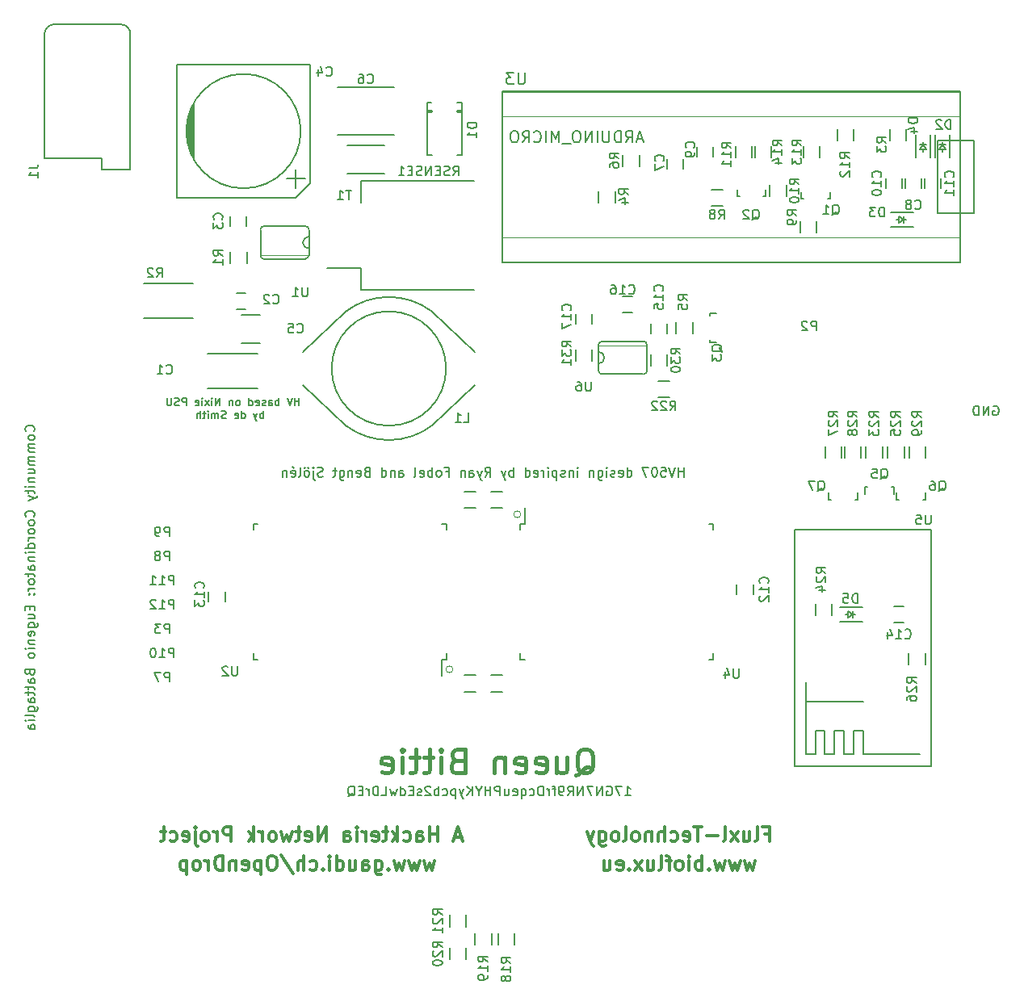
<source format=gbr>
G04 #@! TF.FileFunction,Legend,Bot*
%FSLAX46Y46*%
G04 Gerber Fmt 4.6, Leading zero omitted, Abs format (unit mm)*
G04 Created by KiCad (PCBNEW 4.1.0-alpha+201607190716+6983~46~ubuntu14.04.1-product) date Tue Aug 16 21:10:14 2016*
%MOMM*%
%LPD*%
G01*
G04 APERTURE LIST*
%ADD10C,0.100000*%
%ADD11C,0.150000*%
%ADD12C,0.400000*%
%ADD13C,0.200000*%
%ADD14C,0.300000*%
%ADD15C,0.076200*%
%ADD16C,0.050000*%
%ADD17C,0.152400*%
G04 APERTURE END LIST*
D10*
D11*
X114846285Y-120875380D02*
X115417714Y-120875380D01*
X115132000Y-120875380D02*
X115132000Y-119875380D01*
X115227238Y-120018238D01*
X115322476Y-120113476D01*
X115417714Y-120161095D01*
X114512952Y-119875380D02*
X113846285Y-119875380D01*
X114274857Y-120875380D01*
X112941523Y-119923000D02*
X113036761Y-119875380D01*
X113179619Y-119875380D01*
X113322476Y-119923000D01*
X113417714Y-120018238D01*
X113465333Y-120113476D01*
X113512952Y-120303952D01*
X113512952Y-120446809D01*
X113465333Y-120637285D01*
X113417714Y-120732523D01*
X113322476Y-120827761D01*
X113179619Y-120875380D01*
X113084380Y-120875380D01*
X112941523Y-120827761D01*
X112893904Y-120780142D01*
X112893904Y-120446809D01*
X113084380Y-120446809D01*
X112465333Y-120875380D02*
X112465333Y-119875380D01*
X111893904Y-120875380D01*
X111893904Y-119875380D01*
X111512952Y-119875380D02*
X110846285Y-119875380D01*
X111274857Y-120875380D01*
X110465333Y-120875380D02*
X110465333Y-119875380D01*
X109893904Y-120875380D01*
X109893904Y-119875380D01*
X108846285Y-120875380D02*
X109179619Y-120399190D01*
X109417714Y-120875380D02*
X109417714Y-119875380D01*
X109036761Y-119875380D01*
X108941523Y-119923000D01*
X108893904Y-119970619D01*
X108846285Y-120065857D01*
X108846285Y-120208714D01*
X108893904Y-120303952D01*
X108941523Y-120351571D01*
X109036761Y-120399190D01*
X109417714Y-120399190D01*
X108370095Y-120875380D02*
X108179619Y-120875380D01*
X108084380Y-120827761D01*
X108036761Y-120780142D01*
X107941523Y-120637285D01*
X107893904Y-120446809D01*
X107893904Y-120065857D01*
X107941523Y-119970619D01*
X107989142Y-119923000D01*
X108084380Y-119875380D01*
X108274857Y-119875380D01*
X108370095Y-119923000D01*
X108417714Y-119970619D01*
X108465333Y-120065857D01*
X108465333Y-120303952D01*
X108417714Y-120399190D01*
X108370095Y-120446809D01*
X108274857Y-120494428D01*
X108084380Y-120494428D01*
X107989142Y-120446809D01*
X107941523Y-120399190D01*
X107893904Y-120303952D01*
X107608190Y-120208714D02*
X107227238Y-120208714D01*
X107465333Y-120875380D02*
X107465333Y-120018238D01*
X107417714Y-119923000D01*
X107322476Y-119875380D01*
X107227238Y-119875380D01*
X106893904Y-120875380D02*
X106893904Y-120208714D01*
X106893904Y-120399190D02*
X106846285Y-120303952D01*
X106798666Y-120256333D01*
X106703428Y-120208714D01*
X106608190Y-120208714D01*
X106274857Y-120875380D02*
X106274857Y-119875380D01*
X106036761Y-119875380D01*
X105893904Y-119923000D01*
X105798666Y-120018238D01*
X105751047Y-120113476D01*
X105703428Y-120303952D01*
X105703428Y-120446809D01*
X105751047Y-120637285D01*
X105798666Y-120732523D01*
X105893904Y-120827761D01*
X106036761Y-120875380D01*
X106274857Y-120875380D01*
X104846285Y-120827761D02*
X104941523Y-120875380D01*
X105132000Y-120875380D01*
X105227238Y-120827761D01*
X105274857Y-120780142D01*
X105322476Y-120684904D01*
X105322476Y-120399190D01*
X105274857Y-120303952D01*
X105227238Y-120256333D01*
X105132000Y-120208714D01*
X104941523Y-120208714D01*
X104846285Y-120256333D01*
X103989142Y-120208714D02*
X103989142Y-121208714D01*
X103989142Y-120827761D02*
X104084380Y-120875380D01*
X104274857Y-120875380D01*
X104370095Y-120827761D01*
X104417714Y-120780142D01*
X104465333Y-120684904D01*
X104465333Y-120399190D01*
X104417714Y-120303952D01*
X104370095Y-120256333D01*
X104274857Y-120208714D01*
X104084380Y-120208714D01*
X103989142Y-120256333D01*
X103132000Y-120827761D02*
X103227238Y-120875380D01*
X103417714Y-120875380D01*
X103512952Y-120827761D01*
X103560571Y-120732523D01*
X103560571Y-120351571D01*
X103512952Y-120256333D01*
X103417714Y-120208714D01*
X103227238Y-120208714D01*
X103132000Y-120256333D01*
X103084380Y-120351571D01*
X103084380Y-120446809D01*
X103560571Y-120542047D01*
X102227238Y-120208714D02*
X102227238Y-120875380D01*
X102655809Y-120208714D02*
X102655809Y-120732523D01*
X102608190Y-120827761D01*
X102512952Y-120875380D01*
X102370095Y-120875380D01*
X102274857Y-120827761D01*
X102227238Y-120780142D01*
X101751047Y-120875380D02*
X101751047Y-119875380D01*
X101370095Y-119875380D01*
X101274857Y-119923000D01*
X101227238Y-119970619D01*
X101179619Y-120065857D01*
X101179619Y-120208714D01*
X101227238Y-120303952D01*
X101274857Y-120351571D01*
X101370095Y-120399190D01*
X101751047Y-120399190D01*
X100751047Y-120875380D02*
X100751047Y-119875380D01*
X100751047Y-120351571D02*
X100179619Y-120351571D01*
X100179619Y-120875380D02*
X100179619Y-119875380D01*
X99512952Y-120399190D02*
X99512952Y-120875380D01*
X99846285Y-119875380D02*
X99512952Y-120399190D01*
X99179619Y-119875380D01*
X98846285Y-120875380D02*
X98846285Y-119875380D01*
X98274857Y-120875380D02*
X98703428Y-120303952D01*
X98274857Y-119875380D02*
X98846285Y-120446809D01*
X97941523Y-120208714D02*
X97703428Y-120875380D01*
X97465333Y-120208714D02*
X97703428Y-120875380D01*
X97798666Y-121113476D01*
X97846285Y-121161095D01*
X97941523Y-121208714D01*
X97084380Y-120208714D02*
X97084380Y-121208714D01*
X97084380Y-120256333D02*
X96989142Y-120208714D01*
X96798666Y-120208714D01*
X96703428Y-120256333D01*
X96655809Y-120303952D01*
X96608190Y-120399190D01*
X96608190Y-120684904D01*
X96655809Y-120780142D01*
X96703428Y-120827761D01*
X96798666Y-120875380D01*
X96989142Y-120875380D01*
X97084380Y-120827761D01*
X95751047Y-120827761D02*
X95846285Y-120875380D01*
X96036761Y-120875380D01*
X96132000Y-120827761D01*
X96179619Y-120780142D01*
X96227238Y-120684904D01*
X96227238Y-120399190D01*
X96179619Y-120303952D01*
X96132000Y-120256333D01*
X96036761Y-120208714D01*
X95846285Y-120208714D01*
X95751047Y-120256333D01*
X95322476Y-120875380D02*
X95322476Y-119875380D01*
X95322476Y-120256333D02*
X95227238Y-120208714D01*
X95036761Y-120208714D01*
X94941523Y-120256333D01*
X94893904Y-120303952D01*
X94846285Y-120399190D01*
X94846285Y-120684904D01*
X94893904Y-120780142D01*
X94941523Y-120827761D01*
X95036761Y-120875380D01*
X95227238Y-120875380D01*
X95322476Y-120827761D01*
X94465333Y-119970619D02*
X94417714Y-119923000D01*
X94322476Y-119875380D01*
X94084380Y-119875380D01*
X93989142Y-119923000D01*
X93941523Y-119970619D01*
X93893904Y-120065857D01*
X93893904Y-120161095D01*
X93941523Y-120303952D01*
X94512952Y-120875380D01*
X93893904Y-120875380D01*
X93512952Y-120827761D02*
X93417714Y-120875380D01*
X93227238Y-120875380D01*
X93132000Y-120827761D01*
X93084380Y-120732523D01*
X93084380Y-120684904D01*
X93132000Y-120589666D01*
X93227238Y-120542047D01*
X93370095Y-120542047D01*
X93465333Y-120494428D01*
X93512952Y-120399190D01*
X93512952Y-120351571D01*
X93465333Y-120256333D01*
X93370095Y-120208714D01*
X93227238Y-120208714D01*
X93132000Y-120256333D01*
X92655809Y-120351571D02*
X92322476Y-120351571D01*
X92179619Y-120875380D02*
X92655809Y-120875380D01*
X92655809Y-119875380D01*
X92179619Y-119875380D01*
X91322476Y-120875380D02*
X91322476Y-119875380D01*
X91322476Y-120827761D02*
X91417714Y-120875380D01*
X91608190Y-120875380D01*
X91703428Y-120827761D01*
X91751047Y-120780142D01*
X91798666Y-120684904D01*
X91798666Y-120399190D01*
X91751047Y-120303952D01*
X91703428Y-120256333D01*
X91608190Y-120208714D01*
X91417714Y-120208714D01*
X91322476Y-120256333D01*
X90941523Y-120208714D02*
X90751047Y-120875380D01*
X90560571Y-120399190D01*
X90370095Y-120875380D01*
X90179619Y-120208714D01*
X89322476Y-120875380D02*
X89798666Y-120875380D01*
X89798666Y-119875380D01*
X88989142Y-120875380D02*
X88989142Y-119875380D01*
X88751047Y-119875380D01*
X88608190Y-119923000D01*
X88512952Y-120018238D01*
X88465333Y-120113476D01*
X88417714Y-120303952D01*
X88417714Y-120446809D01*
X88465333Y-120637285D01*
X88512952Y-120732523D01*
X88608190Y-120827761D01*
X88751047Y-120875380D01*
X88989142Y-120875380D01*
X87989142Y-120875380D02*
X87989142Y-120208714D01*
X87989142Y-120399190D02*
X87941523Y-120303952D01*
X87893904Y-120256333D01*
X87798666Y-120208714D01*
X87703428Y-120208714D01*
X87370095Y-120351571D02*
X87036761Y-120351571D01*
X86893904Y-120875380D02*
X87370095Y-120875380D01*
X87370095Y-119875380D01*
X86893904Y-119875380D01*
X85798666Y-120970619D02*
X85893904Y-120923000D01*
X85989142Y-120827761D01*
X86132000Y-120684904D01*
X86227238Y-120637285D01*
X86322476Y-120637285D01*
X86274857Y-120875380D02*
X86370095Y-120827761D01*
X86465333Y-120732523D01*
X86512952Y-120542047D01*
X86512952Y-120208714D01*
X86465333Y-120018238D01*
X86370095Y-119923000D01*
X86274857Y-119875380D01*
X86084380Y-119875380D01*
X85989142Y-119923000D01*
X85893904Y-120018238D01*
X85846285Y-120208714D01*
X85846285Y-120542047D01*
X85893904Y-120732523D01*
X85989142Y-120827761D01*
X86084380Y-120875380D01*
X86274857Y-120875380D01*
D10*
X103915210Y-91372000D02*
G75*
G03X103915210Y-91372000I-359210J0D01*
G01*
X96803210Y-107628000D02*
G75*
G03X96803210Y-107628000I-359210J0D01*
G01*
D12*
X109723238Y-118744047D02*
X109961333Y-118625000D01*
X110199428Y-118386904D01*
X110556571Y-118029761D01*
X110794666Y-117910714D01*
X111032761Y-117910714D01*
X110913714Y-118505952D02*
X111151809Y-118386904D01*
X111389904Y-118148809D01*
X111508952Y-117672619D01*
X111508952Y-116839285D01*
X111389904Y-116363095D01*
X111151809Y-116125000D01*
X110913714Y-116005952D01*
X110437523Y-116005952D01*
X110199428Y-116125000D01*
X109961333Y-116363095D01*
X109842285Y-116839285D01*
X109842285Y-117672619D01*
X109961333Y-118148809D01*
X110199428Y-118386904D01*
X110437523Y-118505952D01*
X110913714Y-118505952D01*
X107699428Y-116839285D02*
X107699428Y-118505952D01*
X108770857Y-116839285D02*
X108770857Y-118148809D01*
X108651809Y-118386904D01*
X108413714Y-118505952D01*
X108056571Y-118505952D01*
X107818476Y-118386904D01*
X107699428Y-118267857D01*
X105556571Y-118386904D02*
X105794666Y-118505952D01*
X106270857Y-118505952D01*
X106508952Y-118386904D01*
X106628000Y-118148809D01*
X106628000Y-117196428D01*
X106508952Y-116958333D01*
X106270857Y-116839285D01*
X105794666Y-116839285D01*
X105556571Y-116958333D01*
X105437523Y-117196428D01*
X105437523Y-117434523D01*
X106628000Y-117672619D01*
X103413714Y-118386904D02*
X103651809Y-118505952D01*
X104128000Y-118505952D01*
X104366095Y-118386904D01*
X104485142Y-118148809D01*
X104485142Y-117196428D01*
X104366095Y-116958333D01*
X104128000Y-116839285D01*
X103651809Y-116839285D01*
X103413714Y-116958333D01*
X103294666Y-117196428D01*
X103294666Y-117434523D01*
X104485142Y-117672619D01*
X102223238Y-116839285D02*
X102223238Y-118505952D01*
X102223238Y-117077380D02*
X102104190Y-116958333D01*
X101866095Y-116839285D01*
X101508952Y-116839285D01*
X101270857Y-116958333D01*
X101151809Y-117196428D01*
X101151809Y-118505952D01*
X97223238Y-117196428D02*
X96866095Y-117315476D01*
X96747047Y-117434523D01*
X96628000Y-117672619D01*
X96628000Y-118029761D01*
X96747047Y-118267857D01*
X96866095Y-118386904D01*
X97104190Y-118505952D01*
X98056571Y-118505952D01*
X98056571Y-116005952D01*
X97223238Y-116005952D01*
X96985142Y-116125000D01*
X96866095Y-116244047D01*
X96747047Y-116482142D01*
X96747047Y-116720238D01*
X96866095Y-116958333D01*
X96985142Y-117077380D01*
X97223238Y-117196428D01*
X98056571Y-117196428D01*
X95556571Y-118505952D02*
X95556571Y-116839285D01*
X95556571Y-116005952D02*
X95675619Y-116125000D01*
X95556571Y-116244047D01*
X95437523Y-116125000D01*
X95556571Y-116005952D01*
X95556571Y-116244047D01*
X94723238Y-116839285D02*
X93770857Y-116839285D01*
X94366095Y-116005952D02*
X94366095Y-118148809D01*
X94247047Y-118386904D01*
X94008952Y-118505952D01*
X93770857Y-118505952D01*
X93294666Y-116839285D02*
X92342285Y-116839285D01*
X92937523Y-116005952D02*
X92937523Y-118148809D01*
X92818476Y-118386904D01*
X92580380Y-118505952D01*
X92342285Y-118505952D01*
X91508952Y-118505952D02*
X91508952Y-116839285D01*
X91508952Y-116005952D02*
X91628000Y-116125000D01*
X91508952Y-116244047D01*
X91389904Y-116125000D01*
X91508952Y-116005952D01*
X91508952Y-116244047D01*
X89366095Y-118386904D02*
X89604190Y-118505952D01*
X90080380Y-118505952D01*
X90318476Y-118386904D01*
X90437523Y-118148809D01*
X90437523Y-117196428D01*
X90318476Y-116958333D01*
X90080380Y-116839285D01*
X89604190Y-116839285D01*
X89366095Y-116958333D01*
X89247047Y-117196428D01*
X89247047Y-117434523D01*
X90437523Y-117672619D01*
D11*
X52863142Y-82666666D02*
X52910761Y-82619047D01*
X52958380Y-82476190D01*
X52958380Y-82380952D01*
X52910761Y-82238095D01*
X52815523Y-82142857D01*
X52720285Y-82095238D01*
X52529809Y-82047619D01*
X52386952Y-82047619D01*
X52196476Y-82095238D01*
X52101238Y-82142857D01*
X52006000Y-82238095D01*
X51958380Y-82380952D01*
X51958380Y-82476190D01*
X52006000Y-82619047D01*
X52053619Y-82666666D01*
X52958380Y-83238095D02*
X52910761Y-83142857D01*
X52863142Y-83095238D01*
X52767904Y-83047619D01*
X52482190Y-83047619D01*
X52386952Y-83095238D01*
X52339333Y-83142857D01*
X52291714Y-83238095D01*
X52291714Y-83380952D01*
X52339333Y-83476190D01*
X52386952Y-83523809D01*
X52482190Y-83571428D01*
X52767904Y-83571428D01*
X52863142Y-83523809D01*
X52910761Y-83476190D01*
X52958380Y-83380952D01*
X52958380Y-83238095D01*
X52958380Y-84000000D02*
X52291714Y-84000000D01*
X52386952Y-84000000D02*
X52339333Y-84047619D01*
X52291714Y-84142857D01*
X52291714Y-84285714D01*
X52339333Y-84380952D01*
X52434571Y-84428571D01*
X52958380Y-84428571D01*
X52434571Y-84428571D02*
X52339333Y-84476190D01*
X52291714Y-84571428D01*
X52291714Y-84714285D01*
X52339333Y-84809523D01*
X52434571Y-84857142D01*
X52958380Y-84857142D01*
X52958380Y-85333333D02*
X52291714Y-85333333D01*
X52386952Y-85333333D02*
X52339333Y-85380952D01*
X52291714Y-85476190D01*
X52291714Y-85619047D01*
X52339333Y-85714285D01*
X52434571Y-85761904D01*
X52958380Y-85761904D01*
X52434571Y-85761904D02*
X52339333Y-85809523D01*
X52291714Y-85904761D01*
X52291714Y-86047619D01*
X52339333Y-86142857D01*
X52434571Y-86190476D01*
X52958380Y-86190476D01*
X52291714Y-87095238D02*
X52958380Y-87095238D01*
X52291714Y-86666666D02*
X52815523Y-86666666D01*
X52910761Y-86714285D01*
X52958380Y-86809523D01*
X52958380Y-86952380D01*
X52910761Y-87047619D01*
X52863142Y-87095238D01*
X52291714Y-87571428D02*
X52958380Y-87571428D01*
X52386952Y-87571428D02*
X52339333Y-87619047D01*
X52291714Y-87714285D01*
X52291714Y-87857142D01*
X52339333Y-87952380D01*
X52434571Y-88000000D01*
X52958380Y-88000000D01*
X52958380Y-88476190D02*
X52291714Y-88476190D01*
X51958380Y-88476190D02*
X52006000Y-88428571D01*
X52053619Y-88476190D01*
X52006000Y-88523809D01*
X51958380Y-88476190D01*
X52053619Y-88476190D01*
X52291714Y-88809523D02*
X52291714Y-89190476D01*
X51958380Y-88952380D02*
X52815523Y-88952380D01*
X52910761Y-89000000D01*
X52958380Y-89095238D01*
X52958380Y-89190476D01*
X52291714Y-89428571D02*
X52958380Y-89666666D01*
X52291714Y-89904761D02*
X52958380Y-89666666D01*
X53196476Y-89571428D01*
X53244095Y-89523809D01*
X53291714Y-89428571D01*
X52863142Y-91619047D02*
X52910761Y-91571428D01*
X52958380Y-91428571D01*
X52958380Y-91333333D01*
X52910761Y-91190476D01*
X52815523Y-91095238D01*
X52720285Y-91047619D01*
X52529809Y-91000000D01*
X52386952Y-90999999D01*
X52196476Y-91047619D01*
X52101238Y-91095238D01*
X52006000Y-91190476D01*
X51958380Y-91333333D01*
X51958380Y-91428571D01*
X52006000Y-91571428D01*
X52053619Y-91619047D01*
X52958380Y-92190476D02*
X52910761Y-92095238D01*
X52863142Y-92047619D01*
X52767904Y-92000000D01*
X52482190Y-92000000D01*
X52386952Y-92047619D01*
X52339333Y-92095238D01*
X52291714Y-92190476D01*
X52291714Y-92333333D01*
X52339333Y-92428571D01*
X52386952Y-92476190D01*
X52482190Y-92523809D01*
X52767904Y-92523809D01*
X52863142Y-92476190D01*
X52910761Y-92428571D01*
X52958380Y-92333333D01*
X52958380Y-92190476D01*
X52958380Y-93095238D02*
X52910761Y-93000000D01*
X52863142Y-92952380D01*
X52767904Y-92904761D01*
X52482190Y-92904761D01*
X52386952Y-92952380D01*
X52339333Y-92999999D01*
X52291714Y-93095238D01*
X52291714Y-93238095D01*
X52339333Y-93333333D01*
X52386952Y-93380952D01*
X52482190Y-93428571D01*
X52767904Y-93428571D01*
X52863142Y-93380952D01*
X52910761Y-93333333D01*
X52958380Y-93238095D01*
X52958380Y-93095238D01*
X52958380Y-93857142D02*
X52291714Y-93857142D01*
X52482190Y-93857142D02*
X52386952Y-93904761D01*
X52339333Y-93952380D01*
X52291714Y-94047619D01*
X52291714Y-94142857D01*
X52958380Y-94904761D02*
X51958380Y-94904761D01*
X52910761Y-94904761D02*
X52958380Y-94809523D01*
X52958380Y-94619047D01*
X52910761Y-94523809D01*
X52863142Y-94476190D01*
X52767904Y-94428571D01*
X52482190Y-94428571D01*
X52386952Y-94476190D01*
X52339333Y-94523809D01*
X52291714Y-94619047D01*
X52291714Y-94809523D01*
X52339333Y-94904761D01*
X52958380Y-95380952D02*
X52291714Y-95380952D01*
X51958380Y-95380952D02*
X52006000Y-95333333D01*
X52053619Y-95380952D01*
X52006000Y-95428571D01*
X51958380Y-95380952D01*
X52053619Y-95380952D01*
X52291714Y-95857142D02*
X52958380Y-95857142D01*
X52386952Y-95857142D02*
X52339333Y-95904761D01*
X52291714Y-95999999D01*
X52291714Y-96142857D01*
X52339333Y-96238095D01*
X52434571Y-96285714D01*
X52958380Y-96285714D01*
X52958380Y-97190476D02*
X52434571Y-97190476D01*
X52339333Y-97142857D01*
X52291714Y-97047619D01*
X52291714Y-96857142D01*
X52339333Y-96761904D01*
X52910761Y-97190476D02*
X52958380Y-97095238D01*
X52958380Y-96857142D01*
X52910761Y-96761904D01*
X52815523Y-96714285D01*
X52720285Y-96714285D01*
X52625047Y-96761904D01*
X52577428Y-96857142D01*
X52577428Y-97095238D01*
X52529809Y-97190476D01*
X52291714Y-97523809D02*
X52291714Y-97904761D01*
X51958380Y-97666666D02*
X52815523Y-97666666D01*
X52910761Y-97714285D01*
X52958380Y-97809523D01*
X52958380Y-97904761D01*
X52958380Y-98380952D02*
X52910761Y-98285714D01*
X52863142Y-98238095D01*
X52767904Y-98190476D01*
X52482190Y-98190476D01*
X52386952Y-98238095D01*
X52339333Y-98285714D01*
X52291714Y-98380952D01*
X52291714Y-98523809D01*
X52339333Y-98619047D01*
X52386952Y-98666666D01*
X52482190Y-98714285D01*
X52767904Y-98714285D01*
X52863142Y-98666666D01*
X52910761Y-98619047D01*
X52958380Y-98523809D01*
X52958380Y-98380952D01*
X52958380Y-99142857D02*
X52291714Y-99142857D01*
X52482190Y-99142857D02*
X52386952Y-99190476D01*
X52339333Y-99238095D01*
X52291714Y-99333333D01*
X52291714Y-99428571D01*
X52863142Y-99761904D02*
X52910761Y-99809523D01*
X52958380Y-99761904D01*
X52910761Y-99714285D01*
X52863142Y-99761904D01*
X52958380Y-99761904D01*
X52339333Y-99761904D02*
X52386952Y-99809523D01*
X52434571Y-99761904D01*
X52386952Y-99714285D01*
X52339333Y-99761904D01*
X52434571Y-99761904D01*
X52434571Y-100999999D02*
X52434571Y-101333333D01*
X52958380Y-101476190D02*
X52958380Y-100999999D01*
X51958380Y-100999999D01*
X51958380Y-101476190D01*
X52291714Y-102333333D02*
X52958380Y-102333333D01*
X52291714Y-101904761D02*
X52815523Y-101904761D01*
X52910761Y-101952380D01*
X52958380Y-102047619D01*
X52958380Y-102190476D01*
X52910761Y-102285714D01*
X52863142Y-102333333D01*
X52291714Y-103238095D02*
X53101238Y-103238095D01*
X53196476Y-103190476D01*
X53244095Y-103142857D01*
X53291714Y-103047619D01*
X53291714Y-102904761D01*
X53244095Y-102809523D01*
X52910761Y-103238095D02*
X52958380Y-103142857D01*
X52958380Y-102952380D01*
X52910761Y-102857142D01*
X52863142Y-102809523D01*
X52767904Y-102761904D01*
X52482190Y-102761904D01*
X52386952Y-102809523D01*
X52339333Y-102857142D01*
X52291714Y-102952380D01*
X52291714Y-103142857D01*
X52339333Y-103238095D01*
X52910761Y-104095238D02*
X52958380Y-103999999D01*
X52958380Y-103809523D01*
X52910761Y-103714285D01*
X52815523Y-103666666D01*
X52434571Y-103666666D01*
X52339333Y-103714285D01*
X52291714Y-103809523D01*
X52291714Y-103999999D01*
X52339333Y-104095238D01*
X52434571Y-104142857D01*
X52529809Y-104142857D01*
X52625047Y-103666666D01*
X52291714Y-104571428D02*
X52958380Y-104571428D01*
X52386952Y-104571428D02*
X52339333Y-104619047D01*
X52291714Y-104714285D01*
X52291714Y-104857142D01*
X52339333Y-104952380D01*
X52434571Y-104999999D01*
X52958380Y-104999999D01*
X52958380Y-105476190D02*
X52291714Y-105476190D01*
X51958380Y-105476190D02*
X52006000Y-105428571D01*
X52053619Y-105476190D01*
X52006000Y-105523809D01*
X51958380Y-105476190D01*
X52053619Y-105476190D01*
X52958380Y-106095238D02*
X52910761Y-105999999D01*
X52863142Y-105952380D01*
X52767904Y-105904761D01*
X52482190Y-105904761D01*
X52386952Y-105952380D01*
X52339333Y-105999999D01*
X52291714Y-106095238D01*
X52291714Y-106238095D01*
X52339333Y-106333333D01*
X52386952Y-106380952D01*
X52482190Y-106428571D01*
X52767904Y-106428571D01*
X52863142Y-106380952D01*
X52910761Y-106333333D01*
X52958380Y-106238095D01*
X52958380Y-106095238D01*
X52434571Y-107952380D02*
X52482190Y-108095238D01*
X52529809Y-108142857D01*
X52625047Y-108190476D01*
X52767904Y-108190476D01*
X52863142Y-108142857D01*
X52910761Y-108095238D01*
X52958380Y-107999999D01*
X52958380Y-107619047D01*
X51958380Y-107619047D01*
X51958380Y-107952380D01*
X52006000Y-108047619D01*
X52053619Y-108095238D01*
X52148857Y-108142857D01*
X52244095Y-108142857D01*
X52339333Y-108095238D01*
X52386952Y-108047619D01*
X52434571Y-107952380D01*
X52434571Y-107619047D01*
X52958380Y-109047619D02*
X52434571Y-109047619D01*
X52339333Y-108999999D01*
X52291714Y-108904761D01*
X52291714Y-108714285D01*
X52339333Y-108619047D01*
X52910761Y-109047619D02*
X52958380Y-108952380D01*
X52958380Y-108714285D01*
X52910761Y-108619047D01*
X52815523Y-108571428D01*
X52720285Y-108571428D01*
X52625047Y-108619047D01*
X52577428Y-108714285D01*
X52577428Y-108952380D01*
X52529809Y-109047619D01*
X52291714Y-109380952D02*
X52291714Y-109761904D01*
X51958380Y-109523809D02*
X52815523Y-109523809D01*
X52910761Y-109571428D01*
X52958380Y-109666666D01*
X52958380Y-109761904D01*
X52291714Y-109952380D02*
X52291714Y-110333333D01*
X51958380Y-110095238D02*
X52815523Y-110095238D01*
X52910761Y-110142857D01*
X52958380Y-110238095D01*
X52958380Y-110333333D01*
X52958380Y-111095238D02*
X52434571Y-111095238D01*
X52339333Y-111047619D01*
X52291714Y-110952380D01*
X52291714Y-110761904D01*
X52339333Y-110666666D01*
X52910761Y-111095238D02*
X52958380Y-110999999D01*
X52958380Y-110761904D01*
X52910761Y-110666666D01*
X52815523Y-110619047D01*
X52720285Y-110619047D01*
X52625047Y-110666666D01*
X52577428Y-110761904D01*
X52577428Y-110999999D01*
X52529809Y-111095238D01*
X52291714Y-111999999D02*
X53101238Y-111999999D01*
X53196476Y-111952380D01*
X53244095Y-111904761D01*
X53291714Y-111809523D01*
X53291714Y-111666666D01*
X53244095Y-111571428D01*
X52910761Y-111999999D02*
X52958380Y-111904761D01*
X52958380Y-111714285D01*
X52910761Y-111619047D01*
X52863142Y-111571428D01*
X52767904Y-111523809D01*
X52482190Y-111523809D01*
X52386952Y-111571428D01*
X52339333Y-111619047D01*
X52291714Y-111714285D01*
X52291714Y-111904761D01*
X52339333Y-111999999D01*
X52958380Y-112619047D02*
X52910761Y-112523809D01*
X52815523Y-112476190D01*
X51958380Y-112476190D01*
X52958380Y-112999999D02*
X52291714Y-112999999D01*
X51958380Y-112999999D02*
X52006000Y-112952380D01*
X52053619Y-112999999D01*
X52006000Y-113047619D01*
X51958380Y-112999999D01*
X52053619Y-112999999D01*
X52958380Y-113904761D02*
X52434571Y-113904761D01*
X52339333Y-113857142D01*
X52291714Y-113761904D01*
X52291714Y-113571428D01*
X52339333Y-113476190D01*
X52910761Y-113904761D02*
X52958380Y-113809523D01*
X52958380Y-113571428D01*
X52910761Y-113476190D01*
X52815523Y-113428571D01*
X52720285Y-113428571D01*
X52625047Y-113476190D01*
X52577428Y-113571428D01*
X52577428Y-113809523D01*
X52529809Y-113904761D01*
D13*
X121029809Y-87452380D02*
X121029809Y-86452380D01*
X121029809Y-86928571D02*
X120458380Y-86928571D01*
X120458380Y-87452380D02*
X120458380Y-86452380D01*
X120125047Y-86452380D02*
X119791714Y-87452380D01*
X119458380Y-86452380D01*
X118648857Y-86452380D02*
X119125047Y-86452380D01*
X119172666Y-86928571D01*
X119125047Y-86880952D01*
X119029809Y-86833333D01*
X118791714Y-86833333D01*
X118696476Y-86880952D01*
X118648857Y-86928571D01*
X118601238Y-87023809D01*
X118601238Y-87261904D01*
X118648857Y-87357142D01*
X118696476Y-87404761D01*
X118791714Y-87452380D01*
X119029809Y-87452380D01*
X119125047Y-87404761D01*
X119172666Y-87357142D01*
X117982190Y-86452380D02*
X117886952Y-86452380D01*
X117791714Y-86500000D01*
X117744095Y-86547619D01*
X117696476Y-86642857D01*
X117648857Y-86833333D01*
X117648857Y-87071428D01*
X117696476Y-87261904D01*
X117744095Y-87357142D01*
X117791714Y-87404761D01*
X117886952Y-87452380D01*
X117982190Y-87452380D01*
X118077428Y-87404761D01*
X118125047Y-87357142D01*
X118172666Y-87261904D01*
X118220285Y-87071428D01*
X118220285Y-86833333D01*
X118172666Y-86642857D01*
X118125047Y-86547619D01*
X118077428Y-86500000D01*
X117982190Y-86452380D01*
X117315523Y-86452380D02*
X116648857Y-86452380D01*
X117077428Y-87452380D01*
X115077428Y-87452380D02*
X115077428Y-86452380D01*
X115077428Y-87404761D02*
X115172666Y-87452380D01*
X115363142Y-87452380D01*
X115458380Y-87404761D01*
X115505999Y-87357142D01*
X115553619Y-87261904D01*
X115553619Y-86976190D01*
X115505999Y-86880952D01*
X115458380Y-86833333D01*
X115363142Y-86785714D01*
X115172666Y-86785714D01*
X115077428Y-86833333D01*
X114220285Y-87404761D02*
X114315523Y-87452380D01*
X114505999Y-87452380D01*
X114601238Y-87404761D01*
X114648857Y-87309523D01*
X114648857Y-86928571D01*
X114601238Y-86833333D01*
X114505999Y-86785714D01*
X114315523Y-86785714D01*
X114220285Y-86833333D01*
X114172666Y-86928571D01*
X114172666Y-87023809D01*
X114648857Y-87119047D01*
X113791714Y-87404761D02*
X113696476Y-87452380D01*
X113505999Y-87452380D01*
X113410761Y-87404761D01*
X113363142Y-87309523D01*
X113363142Y-87261904D01*
X113410761Y-87166666D01*
X113505999Y-87119047D01*
X113648857Y-87119047D01*
X113744095Y-87071428D01*
X113791714Y-86976190D01*
X113791714Y-86928571D01*
X113744095Y-86833333D01*
X113648857Y-86785714D01*
X113505999Y-86785714D01*
X113410761Y-86833333D01*
X112934571Y-87452380D02*
X112934571Y-86785714D01*
X112934571Y-86452380D02*
X112982190Y-86500000D01*
X112934571Y-86547619D01*
X112886952Y-86500000D01*
X112934571Y-86452380D01*
X112934571Y-86547619D01*
X112029809Y-86785714D02*
X112029809Y-87595238D01*
X112077428Y-87690476D01*
X112125047Y-87738095D01*
X112220285Y-87785714D01*
X112363142Y-87785714D01*
X112458380Y-87738095D01*
X112029809Y-87404761D02*
X112125047Y-87452380D01*
X112315523Y-87452380D01*
X112410761Y-87404761D01*
X112458380Y-87357142D01*
X112505999Y-87261904D01*
X112505999Y-86976190D01*
X112458380Y-86880952D01*
X112410761Y-86833333D01*
X112315523Y-86785714D01*
X112125047Y-86785714D01*
X112029809Y-86833333D01*
X111553619Y-86785714D02*
X111553619Y-87452380D01*
X111553619Y-86880952D02*
X111505999Y-86833333D01*
X111410761Y-86785714D01*
X111267904Y-86785714D01*
X111172666Y-86833333D01*
X111125047Y-86928571D01*
X111125047Y-87452380D01*
X109886952Y-87452380D02*
X109886952Y-86785714D01*
X109886952Y-86452380D02*
X109934571Y-86500000D01*
X109886952Y-86547619D01*
X109839333Y-86500000D01*
X109886952Y-86452380D01*
X109886952Y-86547619D01*
X109410761Y-86785714D02*
X109410761Y-87452380D01*
X109410761Y-86880952D02*
X109363142Y-86833333D01*
X109267904Y-86785714D01*
X109125047Y-86785714D01*
X109029809Y-86833333D01*
X108982190Y-86928571D01*
X108982190Y-87452380D01*
X108553619Y-87404761D02*
X108458380Y-87452380D01*
X108267904Y-87452380D01*
X108172666Y-87404761D01*
X108125047Y-87309523D01*
X108125047Y-87261904D01*
X108172666Y-87166666D01*
X108267904Y-87119047D01*
X108410761Y-87119047D01*
X108506000Y-87071428D01*
X108553619Y-86976190D01*
X108553619Y-86928571D01*
X108506000Y-86833333D01*
X108410761Y-86785714D01*
X108267904Y-86785714D01*
X108172666Y-86833333D01*
X107696476Y-86785714D02*
X107696476Y-87785714D01*
X107696476Y-86833333D02*
X107601238Y-86785714D01*
X107410761Y-86785714D01*
X107315523Y-86833333D01*
X107267904Y-86880952D01*
X107220285Y-86976190D01*
X107220285Y-87261904D01*
X107267904Y-87357142D01*
X107315523Y-87404761D01*
X107410761Y-87452380D01*
X107601238Y-87452380D01*
X107696476Y-87404761D01*
X106791714Y-87452380D02*
X106791714Y-86785714D01*
X106791714Y-86452380D02*
X106839333Y-86500000D01*
X106791714Y-86547619D01*
X106744095Y-86500000D01*
X106791714Y-86452380D01*
X106791714Y-86547619D01*
X106315523Y-87452380D02*
X106315523Y-86785714D01*
X106315523Y-86976190D02*
X106267904Y-86880952D01*
X106220285Y-86833333D01*
X106125047Y-86785714D01*
X106029809Y-86785714D01*
X105315523Y-87404761D02*
X105410761Y-87452380D01*
X105601238Y-87452380D01*
X105696476Y-87404761D01*
X105744095Y-87309523D01*
X105744095Y-86928571D01*
X105696476Y-86833333D01*
X105601238Y-86785714D01*
X105410761Y-86785714D01*
X105315523Y-86833333D01*
X105267904Y-86928571D01*
X105267904Y-87023809D01*
X105744095Y-87119047D01*
X104410761Y-87452380D02*
X104410761Y-86452380D01*
X104410761Y-87404761D02*
X104506000Y-87452380D01*
X104696476Y-87452380D01*
X104791714Y-87404761D01*
X104839333Y-87357142D01*
X104886952Y-87261904D01*
X104886952Y-86976190D01*
X104839333Y-86880952D01*
X104791714Y-86833333D01*
X104696476Y-86785714D01*
X104506000Y-86785714D01*
X104410761Y-86833333D01*
X103172666Y-87452380D02*
X103172666Y-86452380D01*
X103172666Y-86833333D02*
X103077428Y-86785714D01*
X102886952Y-86785714D01*
X102791714Y-86833333D01*
X102744095Y-86880952D01*
X102696476Y-86976190D01*
X102696476Y-87261904D01*
X102744095Y-87357142D01*
X102791714Y-87404761D01*
X102886952Y-87452380D01*
X103077428Y-87452380D01*
X103172666Y-87404761D01*
X102363142Y-86785714D02*
X102125047Y-87452380D01*
X101886952Y-86785714D02*
X102125047Y-87452380D01*
X102220285Y-87690476D01*
X102267904Y-87738095D01*
X102363142Y-87785714D01*
X100172666Y-87452380D02*
X100506000Y-86976190D01*
X100744095Y-87452380D02*
X100744095Y-86452380D01*
X100363142Y-86452380D01*
X100267904Y-86500000D01*
X100220285Y-86547619D01*
X100172666Y-86642857D01*
X100172666Y-86785714D01*
X100220285Y-86880952D01*
X100267904Y-86928571D01*
X100363142Y-86976190D01*
X100744095Y-86976190D01*
X99839333Y-86785714D02*
X99601238Y-87452380D01*
X99363142Y-86785714D02*
X99601238Y-87452380D01*
X99696476Y-87690476D01*
X99744095Y-87738095D01*
X99839333Y-87785714D01*
X98553619Y-87452380D02*
X98553619Y-86928571D01*
X98601238Y-86833333D01*
X98696476Y-86785714D01*
X98886952Y-86785714D01*
X98982190Y-86833333D01*
X98553619Y-87404761D02*
X98648857Y-87452380D01*
X98886952Y-87452380D01*
X98982190Y-87404761D01*
X99029809Y-87309523D01*
X99029809Y-87214285D01*
X98982190Y-87119047D01*
X98886952Y-87071428D01*
X98648857Y-87071428D01*
X98553619Y-87023809D01*
X98077428Y-86785714D02*
X98077428Y-87452380D01*
X98077428Y-86880952D02*
X98029809Y-86833333D01*
X97934571Y-86785714D01*
X97791714Y-86785714D01*
X97696476Y-86833333D01*
X97648857Y-86928571D01*
X97648857Y-87452380D01*
X96077428Y-86928571D02*
X96410761Y-86928571D01*
X96410761Y-87452380D02*
X96410761Y-86452380D01*
X95934571Y-86452380D01*
X95410761Y-87452380D02*
X95506000Y-87404761D01*
X95553619Y-87357142D01*
X95601238Y-87261904D01*
X95601238Y-86976190D01*
X95553619Y-86880952D01*
X95506000Y-86833333D01*
X95410761Y-86785714D01*
X95267904Y-86785714D01*
X95172666Y-86833333D01*
X95125047Y-86880952D01*
X95077428Y-86976190D01*
X95077428Y-87261904D01*
X95125047Y-87357142D01*
X95172666Y-87404761D01*
X95267904Y-87452380D01*
X95410761Y-87452380D01*
X94648857Y-87452380D02*
X94648857Y-86452380D01*
X94648857Y-86833333D02*
X94553619Y-86785714D01*
X94363142Y-86785714D01*
X94267904Y-86833333D01*
X94220285Y-86880952D01*
X94172666Y-86976190D01*
X94172666Y-87261904D01*
X94220285Y-87357142D01*
X94267904Y-87404761D01*
X94363142Y-87452380D01*
X94553619Y-87452380D01*
X94648857Y-87404761D01*
X93363142Y-87404761D02*
X93458380Y-87452380D01*
X93648857Y-87452380D01*
X93744095Y-87404761D01*
X93791714Y-87309523D01*
X93791714Y-86928571D01*
X93744095Y-86833333D01*
X93648857Y-86785714D01*
X93458380Y-86785714D01*
X93363142Y-86833333D01*
X93315523Y-86928571D01*
X93315523Y-87023809D01*
X93791714Y-87119047D01*
X92744095Y-87452380D02*
X92839333Y-87404761D01*
X92886952Y-87309523D01*
X92886952Y-86452380D01*
X91172666Y-87452380D02*
X91172666Y-86928571D01*
X91220285Y-86833333D01*
X91315523Y-86785714D01*
X91506000Y-86785714D01*
X91601238Y-86833333D01*
X91172666Y-87404761D02*
X91267904Y-87452380D01*
X91506000Y-87452380D01*
X91601238Y-87404761D01*
X91648857Y-87309523D01*
X91648857Y-87214285D01*
X91601238Y-87119047D01*
X91506000Y-87071428D01*
X91267904Y-87071428D01*
X91172666Y-87023809D01*
X90696476Y-86785714D02*
X90696476Y-87452380D01*
X90696476Y-86880952D02*
X90648857Y-86833333D01*
X90553619Y-86785714D01*
X90410761Y-86785714D01*
X90315523Y-86833333D01*
X90267904Y-86928571D01*
X90267904Y-87452380D01*
X89363142Y-87452380D02*
X89363142Y-86452380D01*
X89363142Y-87404761D02*
X89458380Y-87452380D01*
X89648857Y-87452380D01*
X89744095Y-87404761D01*
X89791714Y-87357142D01*
X89839333Y-87261904D01*
X89839333Y-86976190D01*
X89791714Y-86880952D01*
X89744095Y-86833333D01*
X89648857Y-86785714D01*
X89458380Y-86785714D01*
X89363142Y-86833333D01*
X87791714Y-86928571D02*
X87648857Y-86976190D01*
X87601238Y-87023809D01*
X87553619Y-87119047D01*
X87553619Y-87261904D01*
X87601238Y-87357142D01*
X87648857Y-87404761D01*
X87744095Y-87452380D01*
X88125047Y-87452380D01*
X88125047Y-86452380D01*
X87791714Y-86452380D01*
X87696476Y-86500000D01*
X87648857Y-86547619D01*
X87601238Y-86642857D01*
X87601238Y-86738095D01*
X87648857Y-86833333D01*
X87696476Y-86880952D01*
X87791714Y-86928571D01*
X88125047Y-86928571D01*
X86744095Y-87404761D02*
X86839333Y-87452380D01*
X87029809Y-87452380D01*
X87125047Y-87404761D01*
X87172666Y-87309523D01*
X87172666Y-86928571D01*
X87125047Y-86833333D01*
X87029809Y-86785714D01*
X86839333Y-86785714D01*
X86744095Y-86833333D01*
X86696476Y-86928571D01*
X86696476Y-87023809D01*
X87172666Y-87119047D01*
X86267904Y-86785714D02*
X86267904Y-87452380D01*
X86267904Y-86880952D02*
X86220285Y-86833333D01*
X86125047Y-86785714D01*
X85982190Y-86785714D01*
X85886952Y-86833333D01*
X85839333Y-86928571D01*
X85839333Y-87452380D01*
X84934571Y-86785714D02*
X84934571Y-87595238D01*
X84982190Y-87690476D01*
X85029809Y-87738095D01*
X85125047Y-87785714D01*
X85267904Y-87785714D01*
X85363142Y-87738095D01*
X84934571Y-87404761D02*
X85029809Y-87452380D01*
X85220285Y-87452380D01*
X85315523Y-87404761D01*
X85363142Y-87357142D01*
X85410761Y-87261904D01*
X85410761Y-86976190D01*
X85363142Y-86880952D01*
X85315523Y-86833333D01*
X85220285Y-86785714D01*
X85029809Y-86785714D01*
X84934571Y-86833333D01*
X84601238Y-86785714D02*
X84220285Y-86785714D01*
X84458380Y-86452380D02*
X84458380Y-87309523D01*
X84410761Y-87404761D01*
X84315523Y-87452380D01*
X84220285Y-87452380D01*
X83172666Y-87404761D02*
X83029809Y-87452380D01*
X82791714Y-87452380D01*
X82696476Y-87404761D01*
X82648857Y-87357142D01*
X82601238Y-87261904D01*
X82601238Y-87166666D01*
X82648857Y-87071428D01*
X82696476Y-87023809D01*
X82791714Y-86976190D01*
X82982190Y-86928571D01*
X83077428Y-86880952D01*
X83125047Y-86833333D01*
X83172666Y-86738095D01*
X83172666Y-86642857D01*
X83125047Y-86547619D01*
X83077428Y-86500000D01*
X82982190Y-86452380D01*
X82744095Y-86452380D01*
X82601238Y-86500000D01*
X82172666Y-86785714D02*
X82172666Y-87642857D01*
X82220285Y-87738095D01*
X82315523Y-87785714D01*
X82363142Y-87785714D01*
X82172666Y-86452380D02*
X82220285Y-86500000D01*
X82172666Y-86547619D01*
X82125047Y-86500000D01*
X82172666Y-86452380D01*
X82172666Y-86547619D01*
X81553619Y-87452380D02*
X81648857Y-87404761D01*
X81696476Y-87357142D01*
X81744095Y-87261904D01*
X81744095Y-86976190D01*
X81696476Y-86880952D01*
X81648857Y-86833333D01*
X81553619Y-86785714D01*
X81410761Y-86785714D01*
X81315523Y-86833333D01*
X81267904Y-86880952D01*
X81220285Y-86976190D01*
X81220285Y-87261904D01*
X81267904Y-87357142D01*
X81315523Y-87404761D01*
X81410761Y-87452380D01*
X81553619Y-87452380D01*
X81648857Y-86452380D02*
X81601238Y-86500000D01*
X81648857Y-86547619D01*
X81696476Y-86500000D01*
X81648857Y-86452380D01*
X81648857Y-86547619D01*
X81267904Y-86452380D02*
X81220285Y-86500000D01*
X81267904Y-86547619D01*
X81315523Y-86500000D01*
X81267904Y-86452380D01*
X81267904Y-86547619D01*
X80648857Y-87452380D02*
X80744095Y-87404761D01*
X80791714Y-87309523D01*
X80791714Y-86452380D01*
X79886952Y-87404761D02*
X79982190Y-87452380D01*
X80172666Y-87452380D01*
X80267904Y-87404761D01*
X80315523Y-87309523D01*
X80315523Y-86928571D01*
X80267904Y-86833333D01*
X80172666Y-86785714D01*
X79982190Y-86785714D01*
X79886952Y-86833333D01*
X79839333Y-86928571D01*
X79839333Y-87023809D01*
X80315523Y-87119047D01*
X79982190Y-86404761D02*
X80125047Y-86547619D01*
X79410761Y-86785714D02*
X79410761Y-87452380D01*
X79410761Y-86880952D02*
X79363142Y-86833333D01*
X79267904Y-86785714D01*
X79125047Y-86785714D01*
X79029809Y-86833333D01*
X78982190Y-86928571D01*
X78982190Y-87452380D01*
D11*
X80692095Y-79977904D02*
X80692095Y-79177904D01*
X80692095Y-79558857D02*
X80234952Y-79558857D01*
X80234952Y-79977904D02*
X80234952Y-79177904D01*
X79968285Y-79177904D02*
X79701619Y-79977904D01*
X79434952Y-79177904D01*
X78558761Y-79977904D02*
X78558761Y-79177904D01*
X78558761Y-79482666D02*
X78482571Y-79444571D01*
X78330190Y-79444571D01*
X78254000Y-79482666D01*
X78215904Y-79520761D01*
X78177809Y-79596952D01*
X78177809Y-79825523D01*
X78215904Y-79901714D01*
X78254000Y-79939809D01*
X78330190Y-79977904D01*
X78482571Y-79977904D01*
X78558761Y-79939809D01*
X77492095Y-79977904D02*
X77492095Y-79558857D01*
X77530190Y-79482666D01*
X77606380Y-79444571D01*
X77758761Y-79444571D01*
X77834952Y-79482666D01*
X77492095Y-79939809D02*
X77568285Y-79977904D01*
X77758761Y-79977904D01*
X77834952Y-79939809D01*
X77873047Y-79863619D01*
X77873047Y-79787428D01*
X77834952Y-79711238D01*
X77758761Y-79673142D01*
X77568285Y-79673142D01*
X77492095Y-79635047D01*
X77149238Y-79939809D02*
X77073047Y-79977904D01*
X76920666Y-79977904D01*
X76844476Y-79939809D01*
X76806380Y-79863619D01*
X76806380Y-79825523D01*
X76844476Y-79749333D01*
X76920666Y-79711238D01*
X77034952Y-79711238D01*
X77111142Y-79673142D01*
X77149238Y-79596952D01*
X77149238Y-79558857D01*
X77111142Y-79482666D01*
X77034952Y-79444571D01*
X76920666Y-79444571D01*
X76844476Y-79482666D01*
X76158761Y-79939809D02*
X76234952Y-79977904D01*
X76387333Y-79977904D01*
X76463523Y-79939809D01*
X76501619Y-79863619D01*
X76501619Y-79558857D01*
X76463523Y-79482666D01*
X76387333Y-79444571D01*
X76234952Y-79444571D01*
X76158761Y-79482666D01*
X76120666Y-79558857D01*
X76120666Y-79635047D01*
X76501619Y-79711238D01*
X75434952Y-79977904D02*
X75434952Y-79177904D01*
X75434952Y-79939809D02*
X75511142Y-79977904D01*
X75663523Y-79977904D01*
X75739714Y-79939809D01*
X75777809Y-79901714D01*
X75815904Y-79825523D01*
X75815904Y-79596952D01*
X75777809Y-79520761D01*
X75739714Y-79482666D01*
X75663523Y-79444571D01*
X75511142Y-79444571D01*
X75434952Y-79482666D01*
X74330190Y-79977904D02*
X74406380Y-79939809D01*
X74444476Y-79901714D01*
X74482571Y-79825523D01*
X74482571Y-79596952D01*
X74444476Y-79520761D01*
X74406380Y-79482666D01*
X74330190Y-79444571D01*
X74215904Y-79444571D01*
X74139714Y-79482666D01*
X74101619Y-79520761D01*
X74063523Y-79596952D01*
X74063523Y-79825523D01*
X74101619Y-79901714D01*
X74139714Y-79939809D01*
X74215904Y-79977904D01*
X74330190Y-79977904D01*
X73720666Y-79444571D02*
X73720666Y-79977904D01*
X73720666Y-79520761D02*
X73682571Y-79482666D01*
X73606380Y-79444571D01*
X73492095Y-79444571D01*
X73415904Y-79482666D01*
X73377809Y-79558857D01*
X73377809Y-79977904D01*
X72387333Y-79977904D02*
X72387333Y-79177904D01*
X71930190Y-79977904D01*
X71930190Y-79177904D01*
X71549238Y-79977904D02*
X71549238Y-79444571D01*
X71549238Y-79177904D02*
X71587333Y-79216000D01*
X71549238Y-79254095D01*
X71511142Y-79216000D01*
X71549238Y-79177904D01*
X71549238Y-79254095D01*
X71244476Y-79977904D02*
X70825428Y-79444571D01*
X71244476Y-79444571D02*
X70825428Y-79977904D01*
X70520666Y-79977904D02*
X70520666Y-79444571D01*
X70520666Y-79177904D02*
X70558761Y-79216000D01*
X70520666Y-79254095D01*
X70482571Y-79216000D01*
X70520666Y-79177904D01*
X70520666Y-79254095D01*
X69834952Y-79939809D02*
X69911142Y-79977904D01*
X70063523Y-79977904D01*
X70139714Y-79939809D01*
X70177809Y-79863619D01*
X70177809Y-79558857D01*
X70139714Y-79482666D01*
X70063523Y-79444571D01*
X69911142Y-79444571D01*
X69834952Y-79482666D01*
X69796857Y-79558857D01*
X69796857Y-79635047D01*
X70177809Y-79711238D01*
X68844476Y-79977904D02*
X68844476Y-79177904D01*
X68539714Y-79177904D01*
X68463523Y-79216000D01*
X68425428Y-79254095D01*
X68387333Y-79330285D01*
X68387333Y-79444571D01*
X68425428Y-79520761D01*
X68463523Y-79558857D01*
X68539714Y-79596952D01*
X68844476Y-79596952D01*
X68082571Y-79939809D02*
X67968285Y-79977904D01*
X67777809Y-79977904D01*
X67701619Y-79939809D01*
X67663523Y-79901714D01*
X67625428Y-79825523D01*
X67625428Y-79749333D01*
X67663523Y-79673142D01*
X67701619Y-79635047D01*
X67777809Y-79596952D01*
X67930190Y-79558857D01*
X68006380Y-79520761D01*
X68044476Y-79482666D01*
X68082571Y-79406476D01*
X68082571Y-79330285D01*
X68044476Y-79254095D01*
X68006380Y-79216000D01*
X67930190Y-79177904D01*
X67739714Y-79177904D01*
X67625428Y-79216000D01*
X67282571Y-79177904D02*
X67282571Y-79825523D01*
X67244476Y-79901714D01*
X67206380Y-79939809D01*
X67130190Y-79977904D01*
X66977809Y-79977904D01*
X66901619Y-79939809D01*
X66863523Y-79901714D01*
X66825428Y-79825523D01*
X66825428Y-79177904D01*
X76939714Y-81327904D02*
X76939714Y-80527904D01*
X76939714Y-80832666D02*
X76863523Y-80794571D01*
X76711142Y-80794571D01*
X76634952Y-80832666D01*
X76596857Y-80870761D01*
X76558761Y-80946952D01*
X76558761Y-81175523D01*
X76596857Y-81251714D01*
X76634952Y-81289809D01*
X76711142Y-81327904D01*
X76863523Y-81327904D01*
X76939714Y-81289809D01*
X76292095Y-80794571D02*
X76101619Y-81327904D01*
X75911142Y-80794571D02*
X76101619Y-81327904D01*
X76177809Y-81518380D01*
X76215904Y-81556476D01*
X76292095Y-81594571D01*
X74654000Y-81327904D02*
X74654000Y-80527904D01*
X74654000Y-81289809D02*
X74730190Y-81327904D01*
X74882571Y-81327904D01*
X74958761Y-81289809D01*
X74996857Y-81251714D01*
X75034952Y-81175523D01*
X75034952Y-80946952D01*
X74996857Y-80870761D01*
X74958761Y-80832666D01*
X74882571Y-80794571D01*
X74730190Y-80794571D01*
X74654000Y-80832666D01*
X73968285Y-81289809D02*
X74044476Y-81327904D01*
X74196857Y-81327904D01*
X74273047Y-81289809D01*
X74311142Y-81213619D01*
X74311142Y-80908857D01*
X74273047Y-80832666D01*
X74196857Y-80794571D01*
X74044476Y-80794571D01*
X73968285Y-80832666D01*
X73930190Y-80908857D01*
X73930190Y-80985047D01*
X74311142Y-81061238D01*
X73015904Y-81289809D02*
X72901619Y-81327904D01*
X72711142Y-81327904D01*
X72634952Y-81289809D01*
X72596857Y-81251714D01*
X72558761Y-81175523D01*
X72558761Y-81099333D01*
X72596857Y-81023142D01*
X72634952Y-80985047D01*
X72711142Y-80946952D01*
X72863523Y-80908857D01*
X72939714Y-80870761D01*
X72977809Y-80832666D01*
X73015904Y-80756476D01*
X73015904Y-80680285D01*
X72977809Y-80604095D01*
X72939714Y-80566000D01*
X72863523Y-80527904D01*
X72673047Y-80527904D01*
X72558761Y-80566000D01*
X72215904Y-81327904D02*
X72215904Y-80794571D01*
X72215904Y-80870761D02*
X72177809Y-80832666D01*
X72101619Y-80794571D01*
X71987333Y-80794571D01*
X71911142Y-80832666D01*
X71873047Y-80908857D01*
X71873047Y-81327904D01*
X71873047Y-80908857D02*
X71834952Y-80832666D01*
X71758761Y-80794571D01*
X71644476Y-80794571D01*
X71568285Y-80832666D01*
X71530190Y-80908857D01*
X71530190Y-81327904D01*
X71149238Y-81327904D02*
X71149238Y-80794571D01*
X71149238Y-80527904D02*
X71187333Y-80566000D01*
X71149238Y-80604095D01*
X71111142Y-80566000D01*
X71149238Y-80527904D01*
X71149238Y-80604095D01*
X70882571Y-80794571D02*
X70577809Y-80794571D01*
X70768285Y-80527904D02*
X70768285Y-81213619D01*
X70730190Y-81289809D01*
X70654000Y-81327904D01*
X70577809Y-81327904D01*
X70311142Y-81327904D02*
X70311142Y-80527904D01*
X69968285Y-81327904D02*
X69968285Y-80908857D01*
X70006380Y-80832666D01*
X70082571Y-80794571D01*
X70196857Y-80794571D01*
X70273047Y-80832666D01*
X70311142Y-80870761D01*
D13*
X153463904Y-80045000D02*
X153559142Y-79997380D01*
X153702000Y-79997380D01*
X153844857Y-80045000D01*
X153940095Y-80140238D01*
X153987714Y-80235476D01*
X154035333Y-80425952D01*
X154035333Y-80568809D01*
X153987714Y-80759285D01*
X153940095Y-80854523D01*
X153844857Y-80949761D01*
X153702000Y-80997380D01*
X153606761Y-80997380D01*
X153463904Y-80949761D01*
X153416285Y-80902142D01*
X153416285Y-80568809D01*
X153606761Y-80568809D01*
X152987714Y-80997380D02*
X152987714Y-79997380D01*
X152416285Y-80997380D01*
X152416285Y-79997380D01*
X151940095Y-80997380D02*
X151940095Y-79997380D01*
X151702000Y-79997380D01*
X151559142Y-80045000D01*
X151463904Y-80140238D01*
X151416285Y-80235476D01*
X151368666Y-80425952D01*
X151368666Y-80568809D01*
X151416285Y-80759285D01*
X151463904Y-80854523D01*
X151559142Y-80949761D01*
X151702000Y-80997380D01*
X151940095Y-80997380D01*
D14*
X128506000Y-127678571D02*
X128220285Y-128678571D01*
X127934571Y-127964285D01*
X127648857Y-128678571D01*
X127363142Y-127678571D01*
X126934571Y-127678571D02*
X126648857Y-128678571D01*
X126363142Y-127964285D01*
X126077428Y-128678571D01*
X125791714Y-127678571D01*
X125363142Y-127678571D02*
X125077428Y-128678571D01*
X124791714Y-127964285D01*
X124506000Y-128678571D01*
X124220285Y-127678571D01*
X123648857Y-128535714D02*
X123577428Y-128607142D01*
X123648857Y-128678571D01*
X123720285Y-128607142D01*
X123648857Y-128535714D01*
X123648857Y-128678571D01*
X122934571Y-128678571D02*
X122934571Y-127178571D01*
X122934571Y-127750000D02*
X122791714Y-127678571D01*
X122506000Y-127678571D01*
X122363142Y-127750000D01*
X122291714Y-127821428D01*
X122220285Y-127964285D01*
X122220285Y-128392857D01*
X122291714Y-128535714D01*
X122363142Y-128607142D01*
X122506000Y-128678571D01*
X122791714Y-128678571D01*
X122934571Y-128607142D01*
X121577428Y-128678571D02*
X121577428Y-127678571D01*
X121577428Y-127178571D02*
X121648857Y-127250000D01*
X121577428Y-127321428D01*
X121506000Y-127250000D01*
X121577428Y-127178571D01*
X121577428Y-127321428D01*
X120648857Y-128678571D02*
X120791714Y-128607142D01*
X120863142Y-128535714D01*
X120934571Y-128392857D01*
X120934571Y-127964285D01*
X120863142Y-127821428D01*
X120791714Y-127750000D01*
X120648857Y-127678571D01*
X120434571Y-127678571D01*
X120291714Y-127750000D01*
X120220285Y-127821428D01*
X120148857Y-127964285D01*
X120148857Y-128392857D01*
X120220285Y-128535714D01*
X120291714Y-128607142D01*
X120434571Y-128678571D01*
X120648857Y-128678571D01*
X119720285Y-127678571D02*
X119148857Y-127678571D01*
X119506000Y-128678571D02*
X119506000Y-127392857D01*
X119434571Y-127250000D01*
X119291714Y-127178571D01*
X119148857Y-127178571D01*
X118434571Y-128678571D02*
X118577428Y-128607142D01*
X118648857Y-128464285D01*
X118648857Y-127178571D01*
X117220285Y-127678571D02*
X117220285Y-128678571D01*
X117863142Y-127678571D02*
X117863142Y-128464285D01*
X117791714Y-128607142D01*
X117648857Y-128678571D01*
X117434571Y-128678571D01*
X117291714Y-128607142D01*
X117220285Y-128535714D01*
X116648857Y-128678571D02*
X115863142Y-127678571D01*
X116648857Y-127678571D02*
X115863142Y-128678571D01*
X115291714Y-128535714D02*
X115220285Y-128607142D01*
X115291714Y-128678571D01*
X115363142Y-128607142D01*
X115291714Y-128535714D01*
X115291714Y-128678571D01*
X114006000Y-128607142D02*
X114148857Y-128678571D01*
X114434571Y-128678571D01*
X114577428Y-128607142D01*
X114648857Y-128464285D01*
X114648857Y-127892857D01*
X114577428Y-127750000D01*
X114434571Y-127678571D01*
X114148857Y-127678571D01*
X114006000Y-127750000D01*
X113934571Y-127892857D01*
X113934571Y-128035714D01*
X114648857Y-128178571D01*
X112648857Y-127678571D02*
X112648857Y-128678571D01*
X113291714Y-127678571D02*
X113291714Y-128464285D01*
X113220285Y-128607142D01*
X113077428Y-128678571D01*
X112863142Y-128678571D01*
X112720285Y-128607142D01*
X112648857Y-128535714D01*
X129506000Y-124892857D02*
X130006000Y-124892857D01*
X130006000Y-125678571D02*
X130006000Y-124178571D01*
X129291714Y-124178571D01*
X128506000Y-125678571D02*
X128648857Y-125607142D01*
X128720285Y-125464285D01*
X128720285Y-124178571D01*
X127291714Y-124678571D02*
X127291714Y-125678571D01*
X127934571Y-124678571D02*
X127934571Y-125464285D01*
X127863142Y-125607142D01*
X127720285Y-125678571D01*
X127506000Y-125678571D01*
X127363142Y-125607142D01*
X127291714Y-125535714D01*
X126720285Y-125678571D02*
X125934571Y-124678571D01*
X126720285Y-124678571D02*
X125934571Y-125678571D01*
X125148857Y-125678571D02*
X125291714Y-125607142D01*
X125363142Y-125464285D01*
X125363142Y-124178571D01*
X124577428Y-125107142D02*
X123434571Y-125107142D01*
X122934571Y-124178571D02*
X122077428Y-124178571D01*
X122506000Y-125678571D02*
X122506000Y-124178571D01*
X121006000Y-125607142D02*
X121148857Y-125678571D01*
X121434571Y-125678571D01*
X121577428Y-125607142D01*
X121648857Y-125464285D01*
X121648857Y-124892857D01*
X121577428Y-124750000D01*
X121434571Y-124678571D01*
X121148857Y-124678571D01*
X121006000Y-124750000D01*
X120934571Y-124892857D01*
X120934571Y-125035714D01*
X121648857Y-125178571D01*
X119648857Y-125607142D02*
X119791714Y-125678571D01*
X120077428Y-125678571D01*
X120220285Y-125607142D01*
X120291714Y-125535714D01*
X120363142Y-125392857D01*
X120363142Y-124964285D01*
X120291714Y-124821428D01*
X120220285Y-124750000D01*
X120077428Y-124678571D01*
X119791714Y-124678571D01*
X119648857Y-124750000D01*
X119006000Y-125678571D02*
X119006000Y-124178571D01*
X118363142Y-125678571D02*
X118363142Y-124892857D01*
X118434571Y-124750000D01*
X118577428Y-124678571D01*
X118791714Y-124678571D01*
X118934571Y-124750000D01*
X119006000Y-124821428D01*
X117648857Y-124678571D02*
X117648857Y-125678571D01*
X117648857Y-124821428D02*
X117577428Y-124750000D01*
X117434571Y-124678571D01*
X117220285Y-124678571D01*
X117077428Y-124750000D01*
X117006000Y-124892857D01*
X117006000Y-125678571D01*
X116077428Y-125678571D02*
X116220285Y-125607142D01*
X116291714Y-125535714D01*
X116363142Y-125392857D01*
X116363142Y-124964285D01*
X116291714Y-124821428D01*
X116220285Y-124750000D01*
X116077428Y-124678571D01*
X115863142Y-124678571D01*
X115720285Y-124750000D01*
X115648857Y-124821428D01*
X115577428Y-124964285D01*
X115577428Y-125392857D01*
X115648857Y-125535714D01*
X115720285Y-125607142D01*
X115863142Y-125678571D01*
X116077428Y-125678571D01*
X114720285Y-125678571D02*
X114863142Y-125607142D01*
X114934571Y-125464285D01*
X114934571Y-124178571D01*
X113934571Y-125678571D02*
X114077428Y-125607142D01*
X114148857Y-125535714D01*
X114220285Y-125392857D01*
X114220285Y-124964285D01*
X114148857Y-124821428D01*
X114077428Y-124750000D01*
X113934571Y-124678571D01*
X113720285Y-124678571D01*
X113577428Y-124750000D01*
X113506000Y-124821428D01*
X113434571Y-124964285D01*
X113434571Y-125392857D01*
X113506000Y-125535714D01*
X113577428Y-125607142D01*
X113720285Y-125678571D01*
X113934571Y-125678571D01*
X112148857Y-124678571D02*
X112148857Y-125892857D01*
X112220285Y-126035714D01*
X112291714Y-126107142D01*
X112434571Y-126178571D01*
X112648857Y-126178571D01*
X112791714Y-126107142D01*
X112148857Y-125607142D02*
X112291714Y-125678571D01*
X112577428Y-125678571D01*
X112720285Y-125607142D01*
X112791714Y-125535714D01*
X112863142Y-125392857D01*
X112863142Y-124964285D01*
X112791714Y-124821428D01*
X112720285Y-124750000D01*
X112577428Y-124678571D01*
X112291714Y-124678571D01*
X112148857Y-124750000D01*
X111577428Y-124678571D02*
X111220285Y-125678571D01*
X110863142Y-124678571D02*
X111220285Y-125678571D01*
X111363142Y-126035714D01*
X111434571Y-126107142D01*
X111577428Y-126178571D01*
X97720285Y-125250000D02*
X97006000Y-125250000D01*
X97863142Y-125678571D02*
X97363142Y-124178571D01*
X96863142Y-125678571D01*
X95220285Y-125678571D02*
X95220285Y-124178571D01*
X95220285Y-124892857D02*
X94363142Y-124892857D01*
X94363142Y-125678571D02*
X94363142Y-124178571D01*
X93006000Y-125678571D02*
X93006000Y-124892857D01*
X93077428Y-124750000D01*
X93220285Y-124678571D01*
X93506000Y-124678571D01*
X93648857Y-124750000D01*
X93006000Y-125607142D02*
X93148857Y-125678571D01*
X93506000Y-125678571D01*
X93648857Y-125607142D01*
X93720285Y-125464285D01*
X93720285Y-125321428D01*
X93648857Y-125178571D01*
X93506000Y-125107142D01*
X93148857Y-125107142D01*
X93006000Y-125035714D01*
X91648857Y-125607142D02*
X91791714Y-125678571D01*
X92077428Y-125678571D01*
X92220285Y-125607142D01*
X92291714Y-125535714D01*
X92363142Y-125392857D01*
X92363142Y-124964285D01*
X92291714Y-124821428D01*
X92220285Y-124750000D01*
X92077428Y-124678571D01*
X91791714Y-124678571D01*
X91648857Y-124750000D01*
X91006000Y-125678571D02*
X91006000Y-124178571D01*
X90863142Y-125107142D02*
X90434571Y-125678571D01*
X90434571Y-124678571D02*
X91006000Y-125250000D01*
X90006000Y-124678571D02*
X89434571Y-124678571D01*
X89791714Y-124178571D02*
X89791714Y-125464285D01*
X89720285Y-125607142D01*
X89577428Y-125678571D01*
X89434571Y-125678571D01*
X88363142Y-125607142D02*
X88506000Y-125678571D01*
X88791714Y-125678571D01*
X88934571Y-125607142D01*
X89006000Y-125464285D01*
X89006000Y-124892857D01*
X88934571Y-124750000D01*
X88791714Y-124678571D01*
X88506000Y-124678571D01*
X88363142Y-124750000D01*
X88291714Y-124892857D01*
X88291714Y-125035714D01*
X89006000Y-125178571D01*
X87648857Y-125678571D02*
X87648857Y-124678571D01*
X87648857Y-124964285D02*
X87577428Y-124821428D01*
X87506000Y-124750000D01*
X87363142Y-124678571D01*
X87220285Y-124678571D01*
X86720285Y-125678571D02*
X86720285Y-124678571D01*
X86720285Y-124178571D02*
X86791714Y-124250000D01*
X86720285Y-124321428D01*
X86648857Y-124250000D01*
X86720285Y-124178571D01*
X86720285Y-124321428D01*
X85363142Y-125678571D02*
X85363142Y-124892857D01*
X85434571Y-124750000D01*
X85577428Y-124678571D01*
X85863142Y-124678571D01*
X86006000Y-124750000D01*
X85363142Y-125607142D02*
X85506000Y-125678571D01*
X85863142Y-125678571D01*
X86006000Y-125607142D01*
X86077428Y-125464285D01*
X86077428Y-125321428D01*
X86006000Y-125178571D01*
X85863142Y-125107142D01*
X85506000Y-125107142D01*
X85363142Y-125035714D01*
X83506000Y-125678571D02*
X83506000Y-124178571D01*
X82648857Y-125678571D01*
X82648857Y-124178571D01*
X81363142Y-125607142D02*
X81506000Y-125678571D01*
X81791714Y-125678571D01*
X81934571Y-125607142D01*
X82006000Y-125464285D01*
X82006000Y-124892857D01*
X81934571Y-124750000D01*
X81791714Y-124678571D01*
X81506000Y-124678571D01*
X81363142Y-124750000D01*
X81291714Y-124892857D01*
X81291714Y-125035714D01*
X82006000Y-125178571D01*
X80863142Y-124678571D02*
X80291714Y-124678571D01*
X80648857Y-124178571D02*
X80648857Y-125464285D01*
X80577428Y-125607142D01*
X80434571Y-125678571D01*
X80291714Y-125678571D01*
X79934571Y-124678571D02*
X79648857Y-125678571D01*
X79363142Y-124964285D01*
X79077428Y-125678571D01*
X78791714Y-124678571D01*
X78006000Y-125678571D02*
X78148857Y-125607142D01*
X78220285Y-125535714D01*
X78291714Y-125392857D01*
X78291714Y-124964285D01*
X78220285Y-124821428D01*
X78148857Y-124750000D01*
X78006000Y-124678571D01*
X77791714Y-124678571D01*
X77648857Y-124750000D01*
X77577428Y-124821428D01*
X77506000Y-124964285D01*
X77506000Y-125392857D01*
X77577428Y-125535714D01*
X77648857Y-125607142D01*
X77791714Y-125678571D01*
X78006000Y-125678571D01*
X76863142Y-125678571D02*
X76863142Y-124678571D01*
X76863142Y-124964285D02*
X76791714Y-124821428D01*
X76720285Y-124750000D01*
X76577428Y-124678571D01*
X76434571Y-124678571D01*
X75934571Y-125678571D02*
X75934571Y-124178571D01*
X75791714Y-125107142D02*
X75363142Y-125678571D01*
X75363142Y-124678571D02*
X75934571Y-125250000D01*
X73577428Y-125678571D02*
X73577428Y-124178571D01*
X73006000Y-124178571D01*
X72863142Y-124250000D01*
X72791714Y-124321428D01*
X72720285Y-124464285D01*
X72720285Y-124678571D01*
X72791714Y-124821428D01*
X72863142Y-124892857D01*
X73006000Y-124964285D01*
X73577428Y-124964285D01*
X72077428Y-125678571D02*
X72077428Y-124678571D01*
X72077428Y-124964285D02*
X72006000Y-124821428D01*
X71934571Y-124750000D01*
X71791714Y-124678571D01*
X71648857Y-124678571D01*
X70934571Y-125678571D02*
X71077428Y-125607142D01*
X71148857Y-125535714D01*
X71220285Y-125392857D01*
X71220285Y-124964285D01*
X71148857Y-124821428D01*
X71077428Y-124750000D01*
X70934571Y-124678571D01*
X70720285Y-124678571D01*
X70577428Y-124750000D01*
X70506000Y-124821428D01*
X70434571Y-124964285D01*
X70434571Y-125392857D01*
X70506000Y-125535714D01*
X70577428Y-125607142D01*
X70720285Y-125678571D01*
X70934571Y-125678571D01*
X69791714Y-124678571D02*
X69791714Y-125964285D01*
X69863142Y-126107142D01*
X70006000Y-126178571D01*
X70077428Y-126178571D01*
X69791714Y-124178571D02*
X69863142Y-124250000D01*
X69791714Y-124321428D01*
X69720285Y-124250000D01*
X69791714Y-124178571D01*
X69791714Y-124321428D01*
X68506000Y-125607142D02*
X68648857Y-125678571D01*
X68934571Y-125678571D01*
X69077428Y-125607142D01*
X69148857Y-125464285D01*
X69148857Y-124892857D01*
X69077428Y-124750000D01*
X68934571Y-124678571D01*
X68648857Y-124678571D01*
X68506000Y-124750000D01*
X68434571Y-124892857D01*
X68434571Y-125035714D01*
X69148857Y-125178571D01*
X67148857Y-125607142D02*
X67291714Y-125678571D01*
X67577428Y-125678571D01*
X67720285Y-125607142D01*
X67791714Y-125535714D01*
X67863142Y-125392857D01*
X67863142Y-124964285D01*
X67791714Y-124821428D01*
X67720285Y-124750000D01*
X67577428Y-124678571D01*
X67291714Y-124678571D01*
X67148857Y-124750000D01*
X66720285Y-124678571D02*
X66148857Y-124678571D01*
X66506000Y-124178571D02*
X66506000Y-125464285D01*
X66434571Y-125607142D01*
X66291714Y-125678571D01*
X66148857Y-125678571D01*
X94898857Y-127678571D02*
X94613142Y-128678571D01*
X94327428Y-127964285D01*
X94041714Y-128678571D01*
X93756000Y-127678571D01*
X93327428Y-127678571D02*
X93041714Y-128678571D01*
X92756000Y-127964285D01*
X92470285Y-128678571D01*
X92184571Y-127678571D01*
X91756000Y-127678571D02*
X91470285Y-128678571D01*
X91184571Y-127964285D01*
X90898857Y-128678571D01*
X90613142Y-127678571D01*
X90041714Y-128535714D02*
X89970285Y-128607142D01*
X90041714Y-128678571D01*
X90113142Y-128607142D01*
X90041714Y-128535714D01*
X90041714Y-128678571D01*
X88684571Y-127678571D02*
X88684571Y-128892857D01*
X88756000Y-129035714D01*
X88827428Y-129107142D01*
X88970285Y-129178571D01*
X89184571Y-129178571D01*
X89327428Y-129107142D01*
X88684571Y-128607142D02*
X88827428Y-128678571D01*
X89113142Y-128678571D01*
X89256000Y-128607142D01*
X89327428Y-128535714D01*
X89398857Y-128392857D01*
X89398857Y-127964285D01*
X89327428Y-127821428D01*
X89256000Y-127750000D01*
X89113142Y-127678571D01*
X88827428Y-127678571D01*
X88684571Y-127750000D01*
X87327428Y-128678571D02*
X87327428Y-127892857D01*
X87398857Y-127750000D01*
X87541714Y-127678571D01*
X87827428Y-127678571D01*
X87970285Y-127750000D01*
X87327428Y-128607142D02*
X87470285Y-128678571D01*
X87827428Y-128678571D01*
X87970285Y-128607142D01*
X88041714Y-128464285D01*
X88041714Y-128321428D01*
X87970285Y-128178571D01*
X87827428Y-128107142D01*
X87470285Y-128107142D01*
X87327428Y-128035714D01*
X85970285Y-127678571D02*
X85970285Y-128678571D01*
X86613142Y-127678571D02*
X86613142Y-128464285D01*
X86541714Y-128607142D01*
X86398857Y-128678571D01*
X86184571Y-128678571D01*
X86041714Y-128607142D01*
X85970285Y-128535714D01*
X84613142Y-128678571D02*
X84613142Y-127178571D01*
X84613142Y-128607142D02*
X84756000Y-128678571D01*
X85041714Y-128678571D01*
X85184571Y-128607142D01*
X85256000Y-128535714D01*
X85327428Y-128392857D01*
X85327428Y-127964285D01*
X85256000Y-127821428D01*
X85184571Y-127750000D01*
X85041714Y-127678571D01*
X84756000Y-127678571D01*
X84613142Y-127750000D01*
X83898857Y-128678571D02*
X83898857Y-127678571D01*
X83898857Y-127178571D02*
X83970285Y-127250000D01*
X83898857Y-127321428D01*
X83827428Y-127250000D01*
X83898857Y-127178571D01*
X83898857Y-127321428D01*
X83184571Y-128535714D02*
X83113142Y-128607142D01*
X83184571Y-128678571D01*
X83256000Y-128607142D01*
X83184571Y-128535714D01*
X83184571Y-128678571D01*
X81827428Y-128607142D02*
X81970285Y-128678571D01*
X82256000Y-128678571D01*
X82398857Y-128607142D01*
X82470285Y-128535714D01*
X82541714Y-128392857D01*
X82541714Y-127964285D01*
X82470285Y-127821428D01*
X82398857Y-127750000D01*
X82256000Y-127678571D01*
X81970285Y-127678571D01*
X81827428Y-127750000D01*
X81184571Y-128678571D02*
X81184571Y-127178571D01*
X80541714Y-128678571D02*
X80541714Y-127892857D01*
X80613142Y-127750000D01*
X80756000Y-127678571D01*
X80970285Y-127678571D01*
X81113142Y-127750000D01*
X81184571Y-127821428D01*
X78756000Y-127107142D02*
X80041714Y-129035714D01*
X77970285Y-127178571D02*
X77684571Y-127178571D01*
X77541714Y-127250000D01*
X77398857Y-127392857D01*
X77327428Y-127678571D01*
X77327428Y-128178571D01*
X77398857Y-128464285D01*
X77541714Y-128607142D01*
X77684571Y-128678571D01*
X77970285Y-128678571D01*
X78113142Y-128607142D01*
X78256000Y-128464285D01*
X78327428Y-128178571D01*
X78327428Y-127678571D01*
X78256000Y-127392857D01*
X78113142Y-127250000D01*
X77970285Y-127178571D01*
X76684571Y-127678571D02*
X76684571Y-129178571D01*
X76684571Y-127750000D02*
X76541714Y-127678571D01*
X76256000Y-127678571D01*
X76113142Y-127750000D01*
X76041714Y-127821428D01*
X75970285Y-127964285D01*
X75970285Y-128392857D01*
X76041714Y-128535714D01*
X76113142Y-128607142D01*
X76256000Y-128678571D01*
X76541714Y-128678571D01*
X76684571Y-128607142D01*
X74756000Y-128607142D02*
X74898857Y-128678571D01*
X75184571Y-128678571D01*
X75327428Y-128607142D01*
X75398857Y-128464285D01*
X75398857Y-127892857D01*
X75327428Y-127750000D01*
X75184571Y-127678571D01*
X74898857Y-127678571D01*
X74756000Y-127750000D01*
X74684571Y-127892857D01*
X74684571Y-128035714D01*
X75398857Y-128178571D01*
X74041714Y-127678571D02*
X74041714Y-128678571D01*
X74041714Y-127821428D02*
X73970285Y-127750000D01*
X73827428Y-127678571D01*
X73613142Y-127678571D01*
X73470285Y-127750000D01*
X73398857Y-127892857D01*
X73398857Y-128678571D01*
X72684571Y-128678571D02*
X72684571Y-127178571D01*
X72327428Y-127178571D01*
X72113142Y-127250000D01*
X71970285Y-127392857D01*
X71898857Y-127535714D01*
X71827428Y-127821428D01*
X71827428Y-128035714D01*
X71898857Y-128321428D01*
X71970285Y-128464285D01*
X72113142Y-128607142D01*
X72327428Y-128678571D01*
X72684571Y-128678571D01*
X71184571Y-128678571D02*
X71184571Y-127678571D01*
X71184571Y-127964285D02*
X71113142Y-127821428D01*
X71041714Y-127750000D01*
X70898857Y-127678571D01*
X70756000Y-127678571D01*
X70041714Y-128678571D02*
X70184571Y-128607142D01*
X70256000Y-128535714D01*
X70327428Y-128392857D01*
X70327428Y-127964285D01*
X70256000Y-127821428D01*
X70184571Y-127750000D01*
X70041714Y-127678571D01*
X69827428Y-127678571D01*
X69684571Y-127750000D01*
X69613142Y-127821428D01*
X69541714Y-127964285D01*
X69541714Y-128392857D01*
X69613142Y-128535714D01*
X69684571Y-128607142D01*
X69827428Y-128678571D01*
X70041714Y-128678571D01*
X68898857Y-127678571D02*
X68898857Y-129178571D01*
X68898857Y-127750000D02*
X68756000Y-127678571D01*
X68470285Y-127678571D01*
X68327428Y-127750000D01*
X68256000Y-127821428D01*
X68184571Y-127964285D01*
X68184571Y-128392857D01*
X68256000Y-128535714D01*
X68327428Y-128607142D01*
X68470285Y-128678571D01*
X68756000Y-128678571D01*
X68898857Y-128607142D01*
D15*
X112072000Y-73657000D02*
X117132000Y-73657000D01*
D11*
X112692000Y-74957000D02*
G75*
G02X112072000Y-75577000I-620000J0D01*
G01*
X112052000Y-74327000D02*
G75*
G02X112692000Y-74947000I10000J-630000D01*
G01*
X112072000Y-73607000D02*
G75*
G02X112432000Y-73267000I350000J-10000D01*
G01*
X116812000Y-73247000D02*
G75*
G02X117142000Y-73577000I0J-330000D01*
G01*
X117142000Y-76377000D02*
G75*
G02X116802000Y-76657000I-310000J30000D01*
G01*
X112452000Y-76667000D02*
G75*
G02X112072000Y-76347000I-30000J350000D01*
G01*
X112062000Y-76277800D02*
X112062000Y-73636200D01*
X117142000Y-76277800D02*
X117142000Y-73636200D01*
X112443000Y-76658800D02*
X116761000Y-76658800D01*
X116761000Y-73255200D02*
X112443000Y-73255200D01*
D16*
X150000000Y-47130000D02*
X102000000Y-47130000D01*
X102000000Y-64870000D02*
X150000000Y-64870000D01*
X150000000Y-49630000D02*
X102000000Y-49630000D01*
X102000000Y-62370000D02*
X150000000Y-62370000D01*
D11*
X151400000Y-59810000D02*
X147590000Y-59810000D01*
X151400000Y-52190000D02*
X147590000Y-52190000D01*
X151400000Y-59810000D02*
X151400000Y-52190000D01*
X147590000Y-52190000D02*
X147590000Y-59810000D01*
X150000000Y-47000000D02*
X150000000Y-65000000D01*
X102000000Y-47000000D02*
X150000000Y-47000000D01*
X102000000Y-65000000D02*
X150000000Y-65000000D01*
X102000000Y-65000000D02*
X102000000Y-47000000D01*
X64374000Y-70819000D02*
X69574000Y-70819000D01*
X69574000Y-67169000D02*
X64374000Y-67169000D01*
X85725000Y-55610000D02*
X89625000Y-55610000D01*
X89625000Y-52660000D02*
X85725000Y-52660000D01*
D17*
X85463131Y-70192420D02*
G75*
G02X94594000Y-70092000I4630869J-5899580D01*
G01*
X94724869Y-81991580D02*
G75*
G02X85594000Y-82092000I-4630869J5899580D01*
G01*
X99094000Y-74342000D02*
X94594000Y-70092000D01*
X81094000Y-74342000D02*
X85594000Y-70092000D01*
X85594000Y-82092000D02*
X81094000Y-77842000D01*
X99094000Y-77842000D02*
X94594000Y-82092000D01*
X96094000Y-76092000D02*
G75*
G03X96094000Y-76092000I-6000000J0D01*
G01*
D11*
X87173000Y-58700000D02*
X87173000Y-56407000D01*
X87160300Y-65544000D02*
X83617000Y-65544000D01*
X87173000Y-67837000D02*
X99054000Y-67837000D01*
X99054000Y-56407000D02*
X87173000Y-56407000D01*
X87173000Y-67837000D02*
X87173000Y-65544000D01*
X74094000Y-68144000D02*
X75094000Y-68144000D01*
X75094000Y-69844000D02*
X74094000Y-69844000D01*
X73490000Y-61112000D02*
X73490000Y-60112000D01*
X75190000Y-60112000D02*
X75190000Y-61112000D01*
X74610000Y-70440000D02*
X76610000Y-70440000D01*
X76610000Y-73390000D02*
X74610000Y-73390000D01*
X75215000Y-65022000D02*
X75215000Y-63822000D01*
X73465000Y-63822000D02*
X73465000Y-65022000D01*
X69154000Y-49600000D02*
X69454000Y-48700000D01*
X69354000Y-53300000D02*
X69054000Y-52400000D01*
X68954000Y-50500000D02*
X68954000Y-51900000D01*
X69054000Y-52400000D02*
X69054000Y-49900000D01*
X69154000Y-49600000D02*
X69154000Y-52800000D01*
X69254000Y-53100000D02*
X69254000Y-49300000D01*
X69354000Y-49100000D02*
X69354000Y-53400000D01*
X69454000Y-53700000D02*
X69454000Y-48800000D01*
X69554000Y-48500000D02*
X69554000Y-53900000D01*
X69654000Y-54200000D02*
X69654000Y-48200000D01*
X79354000Y-56200000D02*
X81354000Y-56200000D01*
X80354000Y-55200000D02*
X80354000Y-55700000D01*
X80354000Y-57200000D02*
X80354000Y-55700000D01*
X80354000Y-58200000D02*
X81854000Y-56700000D01*
X80854000Y-51200000D02*
G75*
G03X80854000Y-51200000I-6000000J0D01*
G01*
X67854000Y-44200000D02*
X67854000Y-58200000D01*
X67854000Y-44200000D02*
X81854000Y-44200000D01*
X81854000Y-56700000D02*
X81854000Y-44200000D01*
X80354000Y-58200000D02*
X67854000Y-58200000D01*
X71105000Y-78185000D02*
X76305000Y-78185000D01*
X76305000Y-74535000D02*
X71105000Y-74535000D01*
X119254000Y-55118000D02*
X119254000Y-54118000D01*
X120954000Y-54118000D02*
X120954000Y-55118000D01*
X145932000Y-56169000D02*
X145932000Y-57169000D01*
X144232000Y-57169000D02*
X144232000Y-56169000D01*
X124088000Y-52867000D02*
X124088000Y-53867000D01*
X122388000Y-53867000D02*
X122388000Y-52867000D01*
X142200000Y-57169000D02*
X142200000Y-56169000D01*
X143900000Y-56169000D02*
X143900000Y-57169000D01*
X145800000Y-116531000D02*
X139800000Y-116531000D01*
X135800000Y-114031000D02*
X135800000Y-116531000D01*
X135800000Y-116531000D02*
X136800000Y-116531000D01*
X133800000Y-111031000D02*
X139800000Y-111031000D01*
X139800000Y-116531000D02*
X139800000Y-114031000D01*
X139800000Y-114031000D02*
X138800000Y-114031000D01*
X138800000Y-114031000D02*
X138800000Y-116531000D01*
X138800000Y-116531000D02*
X137800000Y-116531000D01*
X137800000Y-116531000D02*
X137800000Y-114031000D01*
X137800000Y-114031000D02*
X136800000Y-114031000D01*
X136800000Y-114031000D02*
X136800000Y-116531000D01*
X135800000Y-114031000D02*
X134800000Y-114031000D01*
X134800000Y-114031000D02*
X134800000Y-116531000D01*
X134800000Y-116531000D02*
X133800000Y-116531000D01*
X133800000Y-116531000D02*
X133800000Y-109031000D01*
X146950000Y-117791000D02*
X132650000Y-117791000D01*
X132650000Y-92991000D02*
X146950000Y-92991000D01*
X132650000Y-117791000D02*
X132650000Y-92991000D01*
X146950000Y-92991000D02*
X146950000Y-117791000D01*
D17*
X62000000Y-40000000D02*
G75*
G02X63000000Y-41000000I0J-1000000D01*
G01*
X54000000Y-41000000D02*
G75*
G02X55000000Y-40000000I1000000J0D01*
G01*
X54000000Y-41000000D02*
X54000000Y-54000000D01*
X54000000Y-54000000D02*
X60000000Y-54000000D01*
X60000000Y-54000000D02*
X60000000Y-55250000D01*
X60000000Y-55250000D02*
X63000000Y-55250000D01*
X63000000Y-55250000D02*
X63000000Y-40800000D01*
X62000000Y-40000000D02*
X55000000Y-40000000D01*
D11*
X112079000Y-57474000D02*
X112079000Y-58674000D01*
X113829000Y-58674000D02*
X113829000Y-57474000D01*
X142597000Y-50970000D02*
X142597000Y-52170000D01*
X144347000Y-52170000D02*
X144347000Y-50970000D01*
X146264000Y-57169000D02*
X146264000Y-56169000D01*
X147964000Y-56169000D02*
X147964000Y-57169000D01*
X148130000Y-53109000D02*
X148130000Y-53359000D01*
X148130000Y-52609000D02*
X148130000Y-52359000D01*
X148130000Y-52609000D02*
X147780000Y-53109000D01*
X147780000Y-53109000D02*
X148480000Y-53109000D01*
X148480000Y-53109000D02*
X148130000Y-52609000D01*
X147780000Y-52609000D02*
X148480000Y-52609000D01*
X148930000Y-51559000D02*
X148930000Y-53959000D01*
X147330000Y-51559000D02*
X147330000Y-53959000D01*
X143562000Y-60479000D02*
X143312000Y-60479000D01*
X144062000Y-60479000D02*
X144312000Y-60479000D01*
X144062000Y-60479000D02*
X143562000Y-60129000D01*
X143562000Y-60129000D02*
X143562000Y-60829000D01*
X143562000Y-60829000D02*
X144062000Y-60479000D01*
X144062000Y-60129000D02*
X144062000Y-60829000D01*
X145112000Y-61279000D02*
X142712000Y-61279000D01*
X145112000Y-59679000D02*
X142712000Y-59679000D01*
X136135160Y-58316240D02*
X136086900Y-58316240D01*
X133336180Y-57615200D02*
X133336180Y-58316240D01*
X133336180Y-58316240D02*
X133585100Y-58316240D01*
X136135160Y-58316240D02*
X136335820Y-58316240D01*
X136335820Y-58316240D02*
X136335820Y-57615200D01*
X129404160Y-58062240D02*
X129355900Y-58062240D01*
X126605180Y-57361200D02*
X126605180Y-58062240D01*
X126605180Y-58062240D02*
X126854100Y-58062240D01*
X129404160Y-58062240D02*
X129604820Y-58062240D01*
X129604820Y-58062240D02*
X129604820Y-57361200D01*
X120207000Y-71214000D02*
X120207000Y-72414000D01*
X121957000Y-72414000D02*
X121957000Y-71214000D01*
X116369000Y-54864000D02*
X116369000Y-53664000D01*
X114619000Y-53664000D02*
X114619000Y-54864000D01*
X125108000Y-57318000D02*
X123908000Y-57318000D01*
X123908000Y-59068000D02*
X125108000Y-59068000D01*
X133199000Y-60622000D02*
X133199000Y-61822000D01*
X134949000Y-61822000D02*
X134949000Y-60622000D01*
X130024000Y-56812000D02*
X130024000Y-58012000D01*
X131774000Y-58012000D02*
X131774000Y-56812000D01*
X128177000Y-53967000D02*
X128177000Y-52767000D01*
X126427000Y-52767000D02*
X126427000Y-53967000D01*
X138845000Y-52189000D02*
X138845000Y-50989000D01*
X137095000Y-50989000D02*
X137095000Y-52189000D01*
X135289000Y-53967000D02*
X135289000Y-52767000D01*
X133539000Y-52767000D02*
X133539000Y-53967000D01*
X146098000Y-53109000D02*
X146098000Y-53359000D01*
X146098000Y-52609000D02*
X146098000Y-52359000D01*
X146098000Y-52609000D02*
X145748000Y-53109000D01*
X145748000Y-53109000D02*
X146448000Y-53109000D01*
X146448000Y-53109000D02*
X146098000Y-52609000D01*
X145748000Y-52609000D02*
X146448000Y-52609000D01*
X146898000Y-51559000D02*
X146898000Y-53959000D01*
X145298000Y-51559000D02*
X145298000Y-53959000D01*
X123733760Y-73113160D02*
X123733760Y-73064900D01*
X124434800Y-70314180D02*
X123733760Y-70314180D01*
X123733760Y-70314180D02*
X123733760Y-70563100D01*
X123733760Y-73113160D02*
X123733760Y-73313820D01*
X123733760Y-73313820D02*
X124434800Y-73313820D01*
X130209000Y-53967000D02*
X130209000Y-52767000D01*
X128459000Y-52767000D02*
X128459000Y-53967000D01*
X126582000Y-99746000D02*
X126582000Y-98746000D01*
X128282000Y-98746000D02*
X128282000Y-99746000D01*
X72910000Y-99508000D02*
X72910000Y-100508000D01*
X71210000Y-100508000D02*
X71210000Y-99508000D01*
X84675000Y-46555000D02*
X90675000Y-46555000D01*
X84675000Y-51555000D02*
X90675000Y-51555000D01*
X94080000Y-53710000D02*
X94610000Y-53710000D01*
X97780000Y-53710000D02*
X97270000Y-53710000D01*
X94080000Y-48210000D02*
X94540000Y-48210000D01*
X97780000Y-48210000D02*
X97240000Y-48210000D01*
D14*
X94180000Y-49160000D02*
X94530000Y-49160000D01*
X97680000Y-49160000D02*
X97330000Y-49160000D01*
D11*
X97780000Y-48210000D02*
X97780000Y-53710000D01*
X94080000Y-53710000D02*
X94080000Y-48210000D01*
D15*
X81702000Y-64184000D02*
X76642000Y-64184000D01*
D11*
X81082000Y-62884000D02*
G75*
G02X81702000Y-62264000I620000J0D01*
G01*
X81722000Y-63514000D02*
G75*
G02X81082000Y-62894000I-10000J630000D01*
G01*
X81702000Y-64234000D02*
G75*
G02X81342000Y-64574000I-350000J10000D01*
G01*
X76962000Y-64594000D02*
G75*
G02X76632000Y-64264000I0J330000D01*
G01*
X76632000Y-61464000D02*
G75*
G02X76972000Y-61184000I310000J-30000D01*
G01*
X81322000Y-61174000D02*
G75*
G02X81702000Y-61494000I30000J-350000D01*
G01*
X81712000Y-61563200D02*
X81712000Y-64204800D01*
X76632000Y-61563200D02*
X76632000Y-64204800D01*
X81331000Y-61182200D02*
X77013000Y-61182200D01*
X77013000Y-64585800D02*
X81331000Y-64585800D01*
X101535000Y-135317000D02*
X101535000Y-136517000D01*
X103285000Y-136517000D02*
X103285000Y-135317000D01*
X100872000Y-136517000D02*
X100872000Y-135317000D01*
X99122000Y-135317000D02*
X99122000Y-136517000D01*
X98205000Y-138041000D02*
X98205000Y-136841000D01*
X96455000Y-136841000D02*
X96455000Y-138041000D01*
X98205000Y-134612000D02*
X98205000Y-133412000D01*
X96455000Y-133412000D02*
X96455000Y-134612000D01*
X96125000Y-106625000D02*
X95675000Y-106625000D01*
X96125000Y-92375000D02*
X95675000Y-92375000D01*
X75875000Y-92375000D02*
X76325000Y-92375000D01*
X75875000Y-106625000D02*
X76325000Y-106625000D01*
X96125000Y-106625000D02*
X96125000Y-105975000D01*
X75875000Y-106625000D02*
X75875000Y-105975000D01*
X75875000Y-92375000D02*
X75875000Y-93025000D01*
X96125000Y-92375000D02*
X96125000Y-93025000D01*
X95675000Y-106625000D02*
X95675000Y-108300000D01*
X103875000Y-92375000D02*
X104325000Y-92375000D01*
X103875000Y-106625000D02*
X104325000Y-106625000D01*
X124125000Y-106625000D02*
X123675000Y-106625000D01*
X124125000Y-92375000D02*
X123675000Y-92375000D01*
X103875000Y-92375000D02*
X103875000Y-93025000D01*
X124125000Y-92375000D02*
X124125000Y-93025000D01*
X124125000Y-106625000D02*
X124125000Y-105975000D01*
X103875000Y-106625000D02*
X103875000Y-105975000D01*
X104325000Y-92375000D02*
X104325000Y-90700000D01*
X144058000Y-102731000D02*
X143058000Y-102731000D01*
X143058000Y-101031000D02*
X144058000Y-101031000D01*
X138228000Y-101881000D02*
X137978000Y-101881000D01*
X138728000Y-101881000D02*
X138978000Y-101881000D01*
X138728000Y-101881000D02*
X138228000Y-101531000D01*
X138228000Y-101531000D02*
X138228000Y-102231000D01*
X138228000Y-102231000D02*
X138728000Y-101881000D01*
X138728000Y-101531000D02*
X138728000Y-102231000D01*
X139778000Y-102681000D02*
X137378000Y-102681000D01*
X139778000Y-101081000D02*
X137378000Y-101081000D01*
X140226840Y-88530760D02*
X140275100Y-88530760D01*
X143025820Y-89231800D02*
X143025820Y-88530760D01*
X143025820Y-88530760D02*
X142776900Y-88530760D01*
X140226840Y-88530760D02*
X140026180Y-88530760D01*
X140026180Y-88530760D02*
X140026180Y-89231800D01*
X146127160Y-89831240D02*
X146078900Y-89831240D01*
X143328180Y-89130200D02*
X143328180Y-89831240D01*
X143328180Y-89831240D02*
X143577100Y-89831240D01*
X146127160Y-89831240D02*
X146327820Y-89831240D01*
X146327820Y-89831240D02*
X146327820Y-89130200D01*
X139015160Y-89831240D02*
X138966900Y-89831240D01*
X136216180Y-89130200D02*
X136216180Y-89831240D01*
X136216180Y-89831240D02*
X136465100Y-89831240D01*
X139015160Y-89831240D02*
X139215820Y-89831240D01*
X139215820Y-89831240D02*
X139215820Y-89130200D01*
X140125000Y-84275000D02*
X140125000Y-85475000D01*
X141875000Y-85475000D02*
X141875000Y-84275000D01*
X136559000Y-101973000D02*
X136559000Y-100773000D01*
X134809000Y-100773000D02*
X134809000Y-101973000D01*
X144125000Y-85475000D02*
X144125000Y-84275000D01*
X142375000Y-84275000D02*
X142375000Y-85475000D01*
X146325000Y-107125000D02*
X146325000Y-105925000D01*
X144575000Y-105925000D02*
X144575000Y-107125000D01*
X137575000Y-85463000D02*
X137575000Y-84263000D01*
X135825000Y-84263000D02*
X135825000Y-85463000D01*
X137857000Y-84263000D02*
X137857000Y-85463000D01*
X139607000Y-85463000D02*
X139607000Y-84263000D01*
X144625000Y-84275000D02*
X144625000Y-85475000D01*
X146375000Y-85475000D02*
X146375000Y-84275000D01*
X117562000Y-72409000D02*
X117562000Y-71409000D01*
X119262000Y-71409000D02*
X119262000Y-72409000D01*
X115610000Y-70219000D02*
X114610000Y-70219000D01*
X114610000Y-68519000D02*
X115610000Y-68519000D01*
X111388000Y-70393000D02*
X111388000Y-71393000D01*
X109688000Y-71393000D02*
X109688000Y-70393000D01*
X118320000Y-79134000D02*
X119520000Y-79134000D01*
X119520000Y-77384000D02*
X118320000Y-77384000D01*
X117537000Y-74611000D02*
X117537000Y-75811000D01*
X119287000Y-75811000D02*
X119287000Y-74611000D01*
X109663000Y-74103000D02*
X109663000Y-75303000D01*
X111413000Y-75303000D02*
X111413000Y-74103000D01*
X101970000Y-108229000D02*
X100770000Y-108229000D01*
X100770000Y-109979000D02*
X101970000Y-109979000D01*
X99220000Y-88979000D02*
X98020000Y-88979000D01*
X98020000Y-90729000D02*
X99220000Y-90729000D01*
X101970000Y-88979000D02*
X100770000Y-88979000D01*
X100770000Y-90729000D02*
X101970000Y-90729000D01*
X98020000Y-109979000D02*
X99220000Y-109979000D01*
X99220000Y-108229000D02*
X98020000Y-108229000D01*
X111299904Y-77457380D02*
X111299904Y-78266904D01*
X111252285Y-78362142D01*
X111204666Y-78409761D01*
X111109428Y-78457380D01*
X110918952Y-78457380D01*
X110823714Y-78409761D01*
X110776095Y-78362142D01*
X110728476Y-78266904D01*
X110728476Y-77457380D01*
X109823714Y-77457380D02*
X110014190Y-77457380D01*
X110109428Y-77505000D01*
X110157047Y-77552619D01*
X110252285Y-77695476D01*
X110299904Y-77885952D01*
X110299904Y-78266904D01*
X110252285Y-78362142D01*
X110204666Y-78409761D01*
X110109428Y-78457380D01*
X109918952Y-78457380D01*
X109823714Y-78409761D01*
X109776095Y-78362142D01*
X109728476Y-78266904D01*
X109728476Y-78028809D01*
X109776095Y-77933571D01*
X109823714Y-77885952D01*
X109918952Y-77838333D01*
X110109428Y-77838333D01*
X110204666Y-77885952D01*
X110252285Y-77933571D01*
X110299904Y-78028809D01*
X104340285Y-45089857D02*
X104340285Y-46061285D01*
X104283142Y-46175571D01*
X104226000Y-46232714D01*
X104111714Y-46289857D01*
X103883142Y-46289857D01*
X103768857Y-46232714D01*
X103711714Y-46175571D01*
X103654571Y-46061285D01*
X103654571Y-45089857D01*
X103197428Y-45089857D02*
X102454571Y-45089857D01*
X102854571Y-45547000D01*
X102683142Y-45547000D01*
X102568857Y-45604142D01*
X102511714Y-45661285D01*
X102454571Y-45775571D01*
X102454571Y-46061285D01*
X102511714Y-46175571D01*
X102568857Y-46232714D01*
X102683142Y-46289857D01*
X103026000Y-46289857D01*
X103140285Y-46232714D01*
X103197428Y-46175571D01*
X116690285Y-52043000D02*
X116118857Y-52043000D01*
X116804571Y-52385857D02*
X116404571Y-51185857D01*
X116004571Y-52385857D01*
X114918857Y-52385857D02*
X115318857Y-51814428D01*
X115604571Y-52385857D02*
X115604571Y-51185857D01*
X115147428Y-51185857D01*
X115033142Y-51243000D01*
X114976000Y-51300142D01*
X114918857Y-51414428D01*
X114918857Y-51585857D01*
X114976000Y-51700142D01*
X115033142Y-51757285D01*
X115147428Y-51814428D01*
X115604571Y-51814428D01*
X114404571Y-52385857D02*
X114404571Y-51185857D01*
X114118857Y-51185857D01*
X113947428Y-51243000D01*
X113833142Y-51357285D01*
X113776000Y-51471571D01*
X113718857Y-51700142D01*
X113718857Y-51871571D01*
X113776000Y-52100142D01*
X113833142Y-52214428D01*
X113947428Y-52328714D01*
X114118857Y-52385857D01*
X114404571Y-52385857D01*
X113204571Y-51185857D02*
X113204571Y-52157285D01*
X113147428Y-52271571D01*
X113090285Y-52328714D01*
X112976000Y-52385857D01*
X112747428Y-52385857D01*
X112633142Y-52328714D01*
X112576000Y-52271571D01*
X112518857Y-52157285D01*
X112518857Y-51185857D01*
X111947428Y-52385857D02*
X111947428Y-51185857D01*
X111376000Y-52385857D02*
X111376000Y-51185857D01*
X110690285Y-52385857D01*
X110690285Y-51185857D01*
X109890285Y-51185857D02*
X109661714Y-51185857D01*
X109547428Y-51243000D01*
X109433142Y-51357285D01*
X109376000Y-51585857D01*
X109376000Y-51985857D01*
X109433142Y-52214428D01*
X109547428Y-52328714D01*
X109661714Y-52385857D01*
X109890285Y-52385857D01*
X110004571Y-52328714D01*
X110118857Y-52214428D01*
X110176000Y-51985857D01*
X110176000Y-51585857D01*
X110118857Y-51357285D01*
X110004571Y-51243000D01*
X109890285Y-51185857D01*
X109147428Y-52500142D02*
X108233142Y-52500142D01*
X107947428Y-52385857D02*
X107947428Y-51185857D01*
X107547428Y-52043000D01*
X107147428Y-51185857D01*
X107147428Y-52385857D01*
X106576000Y-52385857D02*
X106576000Y-51185857D01*
X105318857Y-52271571D02*
X105376000Y-52328714D01*
X105547428Y-52385857D01*
X105661714Y-52385857D01*
X105833142Y-52328714D01*
X105947428Y-52214428D01*
X106004571Y-52100142D01*
X106061714Y-51871571D01*
X106061714Y-51700142D01*
X106004571Y-51471571D01*
X105947428Y-51357285D01*
X105833142Y-51243000D01*
X105661714Y-51185857D01*
X105547428Y-51185857D01*
X105376000Y-51243000D01*
X105318857Y-51300142D01*
X104118857Y-52385857D02*
X104518857Y-51814428D01*
X104804571Y-52385857D02*
X104804571Y-51185857D01*
X104347428Y-51185857D01*
X104233142Y-51243000D01*
X104176000Y-51300142D01*
X104118857Y-51414428D01*
X104118857Y-51585857D01*
X104176000Y-51700142D01*
X104233142Y-51757285D01*
X104347428Y-51814428D01*
X104804571Y-51814428D01*
X103376000Y-51185857D02*
X103147428Y-51185857D01*
X103033142Y-51243000D01*
X102918857Y-51357285D01*
X102861714Y-51585857D01*
X102861714Y-51985857D01*
X102918857Y-52214428D01*
X103033142Y-52328714D01*
X103147428Y-52385857D01*
X103376000Y-52385857D01*
X103490285Y-52328714D01*
X103604571Y-52214428D01*
X103661714Y-51985857D01*
X103661714Y-51585857D01*
X103604571Y-51357285D01*
X103490285Y-51243000D01*
X103376000Y-51185857D01*
X65746666Y-66519380D02*
X66080000Y-66043190D01*
X66318095Y-66519380D02*
X66318095Y-65519380D01*
X65937142Y-65519380D01*
X65841904Y-65567000D01*
X65794285Y-65614619D01*
X65746666Y-65709857D01*
X65746666Y-65852714D01*
X65794285Y-65947952D01*
X65841904Y-65995571D01*
X65937142Y-66043190D01*
X66318095Y-66043190D01*
X65365714Y-65614619D02*
X65318095Y-65567000D01*
X65222857Y-65519380D01*
X64984761Y-65519380D01*
X64889523Y-65567000D01*
X64841904Y-65614619D01*
X64794285Y-65709857D01*
X64794285Y-65805095D01*
X64841904Y-65947952D01*
X65413333Y-66519380D01*
X64794285Y-66519380D01*
X96829619Y-55851380D02*
X97162952Y-55375190D01*
X97401047Y-55851380D02*
X97401047Y-54851380D01*
X97020095Y-54851380D01*
X96924857Y-54899000D01*
X96877238Y-54946619D01*
X96829619Y-55041857D01*
X96829619Y-55184714D01*
X96877238Y-55279952D01*
X96924857Y-55327571D01*
X97020095Y-55375190D01*
X97401047Y-55375190D01*
X96448666Y-55803761D02*
X96305809Y-55851380D01*
X96067714Y-55851380D01*
X95972476Y-55803761D01*
X95924857Y-55756142D01*
X95877238Y-55660904D01*
X95877238Y-55565666D01*
X95924857Y-55470428D01*
X95972476Y-55422809D01*
X96067714Y-55375190D01*
X96258190Y-55327571D01*
X96353428Y-55279952D01*
X96401047Y-55232333D01*
X96448666Y-55137095D01*
X96448666Y-55041857D01*
X96401047Y-54946619D01*
X96353428Y-54899000D01*
X96258190Y-54851380D01*
X96020095Y-54851380D01*
X95877238Y-54899000D01*
X95448666Y-55327571D02*
X95115333Y-55327571D01*
X94972476Y-55851380D02*
X95448666Y-55851380D01*
X95448666Y-54851380D01*
X94972476Y-54851380D01*
X94543904Y-55851380D02*
X94543904Y-54851380D01*
X93972476Y-55851380D01*
X93972476Y-54851380D01*
X93543904Y-55803761D02*
X93401047Y-55851380D01*
X93162952Y-55851380D01*
X93067714Y-55803761D01*
X93020095Y-55756142D01*
X92972476Y-55660904D01*
X92972476Y-55565666D01*
X93020095Y-55470428D01*
X93067714Y-55422809D01*
X93162952Y-55375190D01*
X93353428Y-55327571D01*
X93448666Y-55279952D01*
X93496285Y-55232333D01*
X93543904Y-55137095D01*
X93543904Y-55041857D01*
X93496285Y-54946619D01*
X93448666Y-54899000D01*
X93353428Y-54851380D01*
X93115333Y-54851380D01*
X92972476Y-54899000D01*
X92543904Y-55327571D02*
X92210571Y-55327571D01*
X92067714Y-55851380D02*
X92543904Y-55851380D01*
X92543904Y-54851380D01*
X92067714Y-54851380D01*
X91115333Y-55851380D02*
X91686761Y-55851380D01*
X91401047Y-55851380D02*
X91401047Y-54851380D01*
X91496285Y-54994238D01*
X91591523Y-55089476D01*
X91686761Y-55137095D01*
X97922666Y-81702380D02*
X98398857Y-81702380D01*
X98398857Y-80702380D01*
X97065523Y-81702380D02*
X97636952Y-81702380D01*
X97351238Y-81702380D02*
X97351238Y-80702380D01*
X97446476Y-80845238D01*
X97541714Y-80940476D01*
X97636952Y-80988095D01*
X86153904Y-57391380D02*
X85582476Y-57391380D01*
X85868190Y-58391380D02*
X85868190Y-57391380D01*
X84725333Y-58391380D02*
X85296761Y-58391380D01*
X85011047Y-58391380D02*
X85011047Y-57391380D01*
X85106285Y-57534238D01*
X85201523Y-57629476D01*
X85296761Y-57677095D01*
X77938666Y-69218142D02*
X77986285Y-69265761D01*
X78129142Y-69313380D01*
X78224380Y-69313380D01*
X78367238Y-69265761D01*
X78462476Y-69170523D01*
X78510095Y-69075285D01*
X78557714Y-68884809D01*
X78557714Y-68741952D01*
X78510095Y-68551476D01*
X78462476Y-68456238D01*
X78367238Y-68361000D01*
X78224380Y-68313380D01*
X78129142Y-68313380D01*
X77986285Y-68361000D01*
X77938666Y-68408619D01*
X77557714Y-68408619D02*
X77510095Y-68361000D01*
X77414857Y-68313380D01*
X77176761Y-68313380D01*
X77081523Y-68361000D01*
X77033904Y-68408619D01*
X76986285Y-68503857D01*
X76986285Y-68599095D01*
X77033904Y-68741952D01*
X77605333Y-69313380D01*
X76986285Y-69313380D01*
X72597142Y-60445333D02*
X72644761Y-60397714D01*
X72692380Y-60254857D01*
X72692380Y-60159619D01*
X72644761Y-60016761D01*
X72549523Y-59921523D01*
X72454285Y-59873904D01*
X72263809Y-59826285D01*
X72120952Y-59826285D01*
X71930476Y-59873904D01*
X71835238Y-59921523D01*
X71740000Y-60016761D01*
X71692380Y-60159619D01*
X71692380Y-60254857D01*
X71740000Y-60397714D01*
X71787619Y-60445333D01*
X71692380Y-60778666D02*
X71692380Y-61397714D01*
X72073333Y-61064380D01*
X72073333Y-61207238D01*
X72120952Y-61302476D01*
X72168571Y-61350095D01*
X72263809Y-61397714D01*
X72501904Y-61397714D01*
X72597142Y-61350095D01*
X72644761Y-61302476D01*
X72692380Y-61207238D01*
X72692380Y-60921523D01*
X72644761Y-60826285D01*
X72597142Y-60778666D01*
X80478666Y-72266142D02*
X80526285Y-72313761D01*
X80669142Y-72361380D01*
X80764380Y-72361380D01*
X80907238Y-72313761D01*
X81002476Y-72218523D01*
X81050095Y-72123285D01*
X81097714Y-71932809D01*
X81097714Y-71789952D01*
X81050095Y-71599476D01*
X81002476Y-71504238D01*
X80907238Y-71409000D01*
X80764380Y-71361380D01*
X80669142Y-71361380D01*
X80526285Y-71409000D01*
X80478666Y-71456619D01*
X79573904Y-71361380D02*
X80050095Y-71361380D01*
X80097714Y-71837571D01*
X80050095Y-71789952D01*
X79954857Y-71742333D01*
X79716761Y-71742333D01*
X79621523Y-71789952D01*
X79573904Y-71837571D01*
X79526285Y-71932809D01*
X79526285Y-72170904D01*
X79573904Y-72266142D01*
X79621523Y-72313761D01*
X79716761Y-72361380D01*
X79954857Y-72361380D01*
X80050095Y-72313761D01*
X80097714Y-72266142D01*
X72692380Y-64255333D02*
X72216190Y-63922000D01*
X72692380Y-63683904D02*
X71692380Y-63683904D01*
X71692380Y-64064857D01*
X71740000Y-64160095D01*
X71787619Y-64207714D01*
X71882857Y-64255333D01*
X72025714Y-64255333D01*
X72120952Y-64207714D01*
X72168571Y-64160095D01*
X72216190Y-64064857D01*
X72216190Y-63683904D01*
X72692380Y-65207714D02*
X72692380Y-64636285D01*
X72692380Y-64922000D02*
X71692380Y-64922000D01*
X71835238Y-64826761D01*
X71930476Y-64731523D01*
X71978095Y-64636285D01*
X83526666Y-45342142D02*
X83574285Y-45389761D01*
X83717142Y-45437380D01*
X83812380Y-45437380D01*
X83955238Y-45389761D01*
X84050476Y-45294523D01*
X84098095Y-45199285D01*
X84145714Y-45008809D01*
X84145714Y-44865952D01*
X84098095Y-44675476D01*
X84050476Y-44580238D01*
X83955238Y-44485000D01*
X83812380Y-44437380D01*
X83717142Y-44437380D01*
X83574285Y-44485000D01*
X83526666Y-44532619D01*
X82669523Y-44770714D02*
X82669523Y-45437380D01*
X82907619Y-44389761D02*
X83145714Y-45104047D01*
X82526666Y-45104047D01*
X66762666Y-76584142D02*
X66810285Y-76631761D01*
X66953142Y-76679380D01*
X67048380Y-76679380D01*
X67191238Y-76631761D01*
X67286476Y-76536523D01*
X67334095Y-76441285D01*
X67381714Y-76250809D01*
X67381714Y-76107952D01*
X67334095Y-75917476D01*
X67286476Y-75822238D01*
X67191238Y-75727000D01*
X67048380Y-75679380D01*
X66953142Y-75679380D01*
X66810285Y-75727000D01*
X66762666Y-75774619D01*
X65810285Y-76679380D02*
X66381714Y-76679380D01*
X66096000Y-76679380D02*
X66096000Y-75679380D01*
X66191238Y-75822238D01*
X66286476Y-75917476D01*
X66381714Y-75965095D01*
X118863142Y-54333333D02*
X118910761Y-54285714D01*
X118958380Y-54142857D01*
X118958380Y-54047619D01*
X118910761Y-53904761D01*
X118815523Y-53809523D01*
X118720285Y-53761904D01*
X118529809Y-53714285D01*
X118386952Y-53714285D01*
X118196476Y-53761904D01*
X118101238Y-53809523D01*
X118006000Y-53904761D01*
X117958380Y-54047619D01*
X117958380Y-54142857D01*
X118006000Y-54285714D01*
X118053619Y-54333333D01*
X117958380Y-54666666D02*
X117958380Y-55333333D01*
X118958380Y-54904761D01*
X145248666Y-59312142D02*
X145296285Y-59359761D01*
X145439142Y-59407380D01*
X145534380Y-59407380D01*
X145677238Y-59359761D01*
X145772476Y-59264523D01*
X145820095Y-59169285D01*
X145867714Y-58978809D01*
X145867714Y-58835952D01*
X145820095Y-58645476D01*
X145772476Y-58550238D01*
X145677238Y-58455000D01*
X145534380Y-58407380D01*
X145439142Y-58407380D01*
X145296285Y-58455000D01*
X145248666Y-58502619D01*
X144677238Y-58835952D02*
X144772476Y-58788333D01*
X144820095Y-58740714D01*
X144867714Y-58645476D01*
X144867714Y-58597857D01*
X144820095Y-58502619D01*
X144772476Y-58455000D01*
X144677238Y-58407380D01*
X144486761Y-58407380D01*
X144391523Y-58455000D01*
X144343904Y-58502619D01*
X144296285Y-58597857D01*
X144296285Y-58645476D01*
X144343904Y-58740714D01*
X144391523Y-58788333D01*
X144486761Y-58835952D01*
X144677238Y-58835952D01*
X144772476Y-58883571D01*
X144820095Y-58931190D01*
X144867714Y-59026428D01*
X144867714Y-59216904D01*
X144820095Y-59312142D01*
X144772476Y-59359761D01*
X144677238Y-59407380D01*
X144486761Y-59407380D01*
X144391523Y-59359761D01*
X144343904Y-59312142D01*
X144296285Y-59216904D01*
X144296285Y-59026428D01*
X144343904Y-58931190D01*
X144391523Y-58883571D01*
X144486761Y-58835952D01*
X122071142Y-52946333D02*
X122118761Y-52898714D01*
X122166380Y-52755857D01*
X122166380Y-52660619D01*
X122118761Y-52517761D01*
X122023523Y-52422523D01*
X121928285Y-52374904D01*
X121737809Y-52327285D01*
X121594952Y-52327285D01*
X121404476Y-52374904D01*
X121309238Y-52422523D01*
X121214000Y-52517761D01*
X121166380Y-52660619D01*
X121166380Y-52755857D01*
X121214000Y-52898714D01*
X121261619Y-52946333D01*
X122166380Y-53422523D02*
X122166380Y-53613000D01*
X122118761Y-53708238D01*
X122071142Y-53755857D01*
X121928285Y-53851095D01*
X121737809Y-53898714D01*
X121356857Y-53898714D01*
X121261619Y-53851095D01*
X121214000Y-53803476D01*
X121166380Y-53708238D01*
X121166380Y-53517761D01*
X121214000Y-53422523D01*
X121261619Y-53374904D01*
X121356857Y-53327285D01*
X121594952Y-53327285D01*
X121690190Y-53374904D01*
X121737809Y-53422523D01*
X121785428Y-53517761D01*
X121785428Y-53708238D01*
X121737809Y-53803476D01*
X121690190Y-53851095D01*
X121594952Y-53898714D01*
X141629142Y-56026142D02*
X141676761Y-55978523D01*
X141724380Y-55835666D01*
X141724380Y-55740428D01*
X141676761Y-55597571D01*
X141581523Y-55502333D01*
X141486285Y-55454714D01*
X141295809Y-55407095D01*
X141152952Y-55407095D01*
X140962476Y-55454714D01*
X140867238Y-55502333D01*
X140772000Y-55597571D01*
X140724380Y-55740428D01*
X140724380Y-55835666D01*
X140772000Y-55978523D01*
X140819619Y-56026142D01*
X141724380Y-56978523D02*
X141724380Y-56407095D01*
X141724380Y-56692809D02*
X140724380Y-56692809D01*
X140867238Y-56597571D01*
X140962476Y-56502333D01*
X141010095Y-56407095D01*
X140724380Y-57597571D02*
X140724380Y-57692809D01*
X140772000Y-57788047D01*
X140819619Y-57835666D01*
X140914857Y-57883285D01*
X141105333Y-57930904D01*
X141343428Y-57930904D01*
X141533904Y-57883285D01*
X141629142Y-57835666D01*
X141676761Y-57788047D01*
X141724380Y-57692809D01*
X141724380Y-57597571D01*
X141676761Y-57502333D01*
X141629142Y-57454714D01*
X141533904Y-57407095D01*
X141343428Y-57359476D01*
X141105333Y-57359476D01*
X140914857Y-57407095D01*
X140819619Y-57454714D01*
X140772000Y-57502333D01*
X140724380Y-57597571D01*
X146911904Y-91427380D02*
X146911904Y-92236904D01*
X146864285Y-92332142D01*
X146816666Y-92379761D01*
X146721428Y-92427380D01*
X146530952Y-92427380D01*
X146435714Y-92379761D01*
X146388095Y-92332142D01*
X146340476Y-92236904D01*
X146340476Y-91427380D01*
X145388095Y-91427380D02*
X145864285Y-91427380D01*
X145911904Y-91903571D01*
X145864285Y-91855952D01*
X145769047Y-91808333D01*
X145530952Y-91808333D01*
X145435714Y-91855952D01*
X145388095Y-91903571D01*
X145340476Y-91998809D01*
X145340476Y-92236904D01*
X145388095Y-92332142D01*
X145435714Y-92379761D01*
X145530952Y-92427380D01*
X145769047Y-92427380D01*
X145864285Y-92379761D01*
X145911904Y-92332142D01*
X52332380Y-55065666D02*
X53046666Y-55065666D01*
X53189523Y-55018047D01*
X53284761Y-54922809D01*
X53332380Y-54779952D01*
X53332380Y-54684714D01*
X53332380Y-56065666D02*
X53332380Y-55494238D01*
X53332380Y-55779952D02*
X52332380Y-55779952D01*
X52475238Y-55684714D01*
X52570476Y-55589476D01*
X52618095Y-55494238D01*
X115208380Y-57833333D02*
X114732190Y-57500000D01*
X115208380Y-57261904D02*
X114208380Y-57261904D01*
X114208380Y-57642857D01*
X114256000Y-57738095D01*
X114303619Y-57785714D01*
X114398857Y-57833333D01*
X114541714Y-57833333D01*
X114636952Y-57785714D01*
X114684571Y-57738095D01*
X114732190Y-57642857D01*
X114732190Y-57261904D01*
X114541714Y-58690476D02*
X115208380Y-58690476D01*
X114160761Y-58452380D02*
X114875047Y-58214285D01*
X114875047Y-58833333D01*
X142232380Y-52438333D02*
X141756190Y-52105000D01*
X142232380Y-51866904D02*
X141232380Y-51866904D01*
X141232380Y-52247857D01*
X141280000Y-52343095D01*
X141327619Y-52390714D01*
X141422857Y-52438333D01*
X141565714Y-52438333D01*
X141660952Y-52390714D01*
X141708571Y-52343095D01*
X141756190Y-52247857D01*
X141756190Y-51866904D01*
X141232380Y-52771666D02*
X141232380Y-53390714D01*
X141613333Y-53057380D01*
X141613333Y-53200238D01*
X141660952Y-53295476D01*
X141708571Y-53343095D01*
X141803809Y-53390714D01*
X142041904Y-53390714D01*
X142137142Y-53343095D01*
X142184761Y-53295476D01*
X142232380Y-53200238D01*
X142232380Y-52914523D01*
X142184761Y-52819285D01*
X142137142Y-52771666D01*
X149249142Y-56026142D02*
X149296761Y-55978523D01*
X149344380Y-55835666D01*
X149344380Y-55740428D01*
X149296761Y-55597571D01*
X149201523Y-55502333D01*
X149106285Y-55454714D01*
X148915809Y-55407095D01*
X148772952Y-55407095D01*
X148582476Y-55454714D01*
X148487238Y-55502333D01*
X148392000Y-55597571D01*
X148344380Y-55740428D01*
X148344380Y-55835666D01*
X148392000Y-55978523D01*
X148439619Y-56026142D01*
X149344380Y-56978523D02*
X149344380Y-56407095D01*
X149344380Y-56692809D02*
X148344380Y-56692809D01*
X148487238Y-56597571D01*
X148582476Y-56502333D01*
X148630095Y-56407095D01*
X149344380Y-57930904D02*
X149344380Y-57359476D01*
X149344380Y-57645190D02*
X148344380Y-57645190D01*
X148487238Y-57549952D01*
X148582476Y-57454714D01*
X148630095Y-57359476D01*
X148998095Y-50977380D02*
X148998095Y-49977380D01*
X148760000Y-49977380D01*
X148617142Y-50025000D01*
X148521904Y-50120238D01*
X148474285Y-50215476D01*
X148426666Y-50405952D01*
X148426666Y-50548809D01*
X148474285Y-50739285D01*
X148521904Y-50834523D01*
X148617142Y-50929761D01*
X148760000Y-50977380D01*
X148998095Y-50977380D01*
X148045714Y-50072619D02*
X147998095Y-50025000D01*
X147902857Y-49977380D01*
X147664761Y-49977380D01*
X147569523Y-50025000D01*
X147521904Y-50072619D01*
X147474285Y-50167857D01*
X147474285Y-50263095D01*
X147521904Y-50405952D01*
X148093333Y-50977380D01*
X147474285Y-50977380D01*
X142010095Y-60169380D02*
X142010095Y-59169380D01*
X141772000Y-59169380D01*
X141629142Y-59217000D01*
X141533904Y-59312238D01*
X141486285Y-59407476D01*
X141438666Y-59597952D01*
X141438666Y-59740809D01*
X141486285Y-59931285D01*
X141533904Y-60026523D01*
X141629142Y-60121761D01*
X141772000Y-60169380D01*
X142010095Y-60169380D01*
X141105333Y-59169380D02*
X140486285Y-59169380D01*
X140819619Y-59550333D01*
X140676761Y-59550333D01*
X140581523Y-59597952D01*
X140533904Y-59645571D01*
X140486285Y-59740809D01*
X140486285Y-59978904D01*
X140533904Y-60074142D01*
X140581523Y-60121761D01*
X140676761Y-60169380D01*
X140962476Y-60169380D01*
X141057714Y-60121761D01*
X141105333Y-60074142D01*
X136541238Y-60010619D02*
X136636476Y-59963000D01*
X136731714Y-59867761D01*
X136874571Y-59724904D01*
X136969809Y-59677285D01*
X137065047Y-59677285D01*
X137017428Y-59915380D02*
X137112666Y-59867761D01*
X137207904Y-59772523D01*
X137255523Y-59582047D01*
X137255523Y-59248714D01*
X137207904Y-59058238D01*
X137112666Y-58963000D01*
X137017428Y-58915380D01*
X136826952Y-58915380D01*
X136731714Y-58963000D01*
X136636476Y-59058238D01*
X136588857Y-59248714D01*
X136588857Y-59582047D01*
X136636476Y-59772523D01*
X136731714Y-59867761D01*
X136826952Y-59915380D01*
X137017428Y-59915380D01*
X135636476Y-59915380D02*
X136207904Y-59915380D01*
X135922190Y-59915380D02*
X135922190Y-58915380D01*
X136017428Y-59058238D01*
X136112666Y-59153476D01*
X136207904Y-59201095D01*
X128159238Y-60518619D02*
X128254476Y-60471000D01*
X128349714Y-60375761D01*
X128492571Y-60232904D01*
X128587809Y-60185285D01*
X128683047Y-60185285D01*
X128635428Y-60423380D02*
X128730666Y-60375761D01*
X128825904Y-60280523D01*
X128873523Y-60090047D01*
X128873523Y-59756714D01*
X128825904Y-59566238D01*
X128730666Y-59471000D01*
X128635428Y-59423380D01*
X128444952Y-59423380D01*
X128349714Y-59471000D01*
X128254476Y-59566238D01*
X128206857Y-59756714D01*
X128206857Y-60090047D01*
X128254476Y-60280523D01*
X128349714Y-60375761D01*
X128444952Y-60423380D01*
X128635428Y-60423380D01*
X127825904Y-59518619D02*
X127778285Y-59471000D01*
X127683047Y-59423380D01*
X127444952Y-59423380D01*
X127349714Y-59471000D01*
X127302095Y-59518619D01*
X127254476Y-59613857D01*
X127254476Y-59709095D01*
X127302095Y-59851952D01*
X127873523Y-60423380D01*
X127254476Y-60423380D01*
X121404380Y-68948333D02*
X120928190Y-68615000D01*
X121404380Y-68376904D02*
X120404380Y-68376904D01*
X120404380Y-68757857D01*
X120452000Y-68853095D01*
X120499619Y-68900714D01*
X120594857Y-68948333D01*
X120737714Y-68948333D01*
X120832952Y-68900714D01*
X120880571Y-68853095D01*
X120928190Y-68757857D01*
X120928190Y-68376904D01*
X120404380Y-69853095D02*
X120404380Y-69376904D01*
X120880571Y-69329285D01*
X120832952Y-69376904D01*
X120785333Y-69472142D01*
X120785333Y-69710238D01*
X120832952Y-69805476D01*
X120880571Y-69853095D01*
X120975809Y-69900714D01*
X121213904Y-69900714D01*
X121309142Y-69853095D01*
X121356761Y-69805476D01*
X121404380Y-69710238D01*
X121404380Y-69472142D01*
X121356761Y-69376904D01*
X121309142Y-69329285D01*
X114208380Y-54083333D02*
X113732190Y-53750000D01*
X114208380Y-53511904D02*
X113208380Y-53511904D01*
X113208380Y-53892857D01*
X113256000Y-53988095D01*
X113303619Y-54035714D01*
X113398857Y-54083333D01*
X113541714Y-54083333D01*
X113636952Y-54035714D01*
X113684571Y-53988095D01*
X113732190Y-53892857D01*
X113732190Y-53511904D01*
X113208380Y-54940476D02*
X113208380Y-54750000D01*
X113256000Y-54654761D01*
X113303619Y-54607142D01*
X113446476Y-54511904D01*
X113636952Y-54464285D01*
X114017904Y-54464285D01*
X114113142Y-54511904D01*
X114160761Y-54559523D01*
X114208380Y-54654761D01*
X114208380Y-54845238D01*
X114160761Y-54940476D01*
X114113142Y-54988095D01*
X114017904Y-55035714D01*
X113779809Y-55035714D01*
X113684571Y-54988095D01*
X113636952Y-54940476D01*
X113589333Y-54845238D01*
X113589333Y-54654761D01*
X113636952Y-54559523D01*
X113684571Y-54511904D01*
X113779809Y-54464285D01*
X124674666Y-60423380D02*
X125008000Y-59947190D01*
X125246095Y-60423380D02*
X125246095Y-59423380D01*
X124865142Y-59423380D01*
X124769904Y-59471000D01*
X124722285Y-59518619D01*
X124674666Y-59613857D01*
X124674666Y-59756714D01*
X124722285Y-59851952D01*
X124769904Y-59899571D01*
X124865142Y-59947190D01*
X125246095Y-59947190D01*
X124103238Y-59851952D02*
X124198476Y-59804333D01*
X124246095Y-59756714D01*
X124293714Y-59661476D01*
X124293714Y-59613857D01*
X124246095Y-59518619D01*
X124198476Y-59471000D01*
X124103238Y-59423380D01*
X123912761Y-59423380D01*
X123817523Y-59471000D01*
X123769904Y-59518619D01*
X123722285Y-59613857D01*
X123722285Y-59661476D01*
X123769904Y-59756714D01*
X123817523Y-59804333D01*
X123912761Y-59851952D01*
X124103238Y-59851952D01*
X124198476Y-59899571D01*
X124246095Y-59947190D01*
X124293714Y-60042428D01*
X124293714Y-60232904D01*
X124246095Y-60328142D01*
X124198476Y-60375761D01*
X124103238Y-60423380D01*
X123912761Y-60423380D01*
X123817523Y-60375761D01*
X123769904Y-60328142D01*
X123722285Y-60232904D01*
X123722285Y-60042428D01*
X123769904Y-59947190D01*
X123817523Y-59899571D01*
X123912761Y-59851952D01*
X132834380Y-60058333D02*
X132358190Y-59725000D01*
X132834380Y-59486904D02*
X131834380Y-59486904D01*
X131834380Y-59867857D01*
X131882000Y-59963095D01*
X131929619Y-60010714D01*
X132024857Y-60058333D01*
X132167714Y-60058333D01*
X132262952Y-60010714D01*
X132310571Y-59963095D01*
X132358190Y-59867857D01*
X132358190Y-59486904D01*
X132834380Y-60534523D02*
X132834380Y-60725000D01*
X132786761Y-60820238D01*
X132739142Y-60867857D01*
X132596285Y-60963095D01*
X132405809Y-61010714D01*
X132024857Y-61010714D01*
X131929619Y-60963095D01*
X131882000Y-60915476D01*
X131834380Y-60820238D01*
X131834380Y-60629761D01*
X131882000Y-60534523D01*
X131929619Y-60486904D01*
X132024857Y-60439285D01*
X132262952Y-60439285D01*
X132358190Y-60486904D01*
X132405809Y-60534523D01*
X132453428Y-60629761D01*
X132453428Y-60820238D01*
X132405809Y-60915476D01*
X132358190Y-60963095D01*
X132262952Y-61010714D01*
X133088380Y-56788142D02*
X132612190Y-56454809D01*
X133088380Y-56216714D02*
X132088380Y-56216714D01*
X132088380Y-56597666D01*
X132136000Y-56692904D01*
X132183619Y-56740523D01*
X132278857Y-56788142D01*
X132421714Y-56788142D01*
X132516952Y-56740523D01*
X132564571Y-56692904D01*
X132612190Y-56597666D01*
X132612190Y-56216714D01*
X133088380Y-57740523D02*
X133088380Y-57169095D01*
X133088380Y-57454809D02*
X132088380Y-57454809D01*
X132231238Y-57359571D01*
X132326476Y-57264333D01*
X132374095Y-57169095D01*
X132088380Y-58359571D02*
X132088380Y-58454809D01*
X132136000Y-58550047D01*
X132183619Y-58597666D01*
X132278857Y-58645285D01*
X132469333Y-58692904D01*
X132707428Y-58692904D01*
X132897904Y-58645285D01*
X132993142Y-58597666D01*
X133040761Y-58550047D01*
X133088380Y-58454809D01*
X133088380Y-58359571D01*
X133040761Y-58264333D01*
X132993142Y-58216714D01*
X132897904Y-58169095D01*
X132707428Y-58121476D01*
X132469333Y-58121476D01*
X132278857Y-58169095D01*
X132183619Y-58216714D01*
X132136000Y-58264333D01*
X132088380Y-58359571D01*
X125976380Y-52978142D02*
X125500190Y-52644809D01*
X125976380Y-52406714D02*
X124976380Y-52406714D01*
X124976380Y-52787666D01*
X125024000Y-52882904D01*
X125071619Y-52930523D01*
X125166857Y-52978142D01*
X125309714Y-52978142D01*
X125404952Y-52930523D01*
X125452571Y-52882904D01*
X125500190Y-52787666D01*
X125500190Y-52406714D01*
X125976380Y-53930523D02*
X125976380Y-53359095D01*
X125976380Y-53644809D02*
X124976380Y-53644809D01*
X125119238Y-53549571D01*
X125214476Y-53454333D01*
X125262095Y-53359095D01*
X125976380Y-54882904D02*
X125976380Y-54311476D01*
X125976380Y-54597190D02*
X124976380Y-54597190D01*
X125119238Y-54501952D01*
X125214476Y-54406714D01*
X125262095Y-54311476D01*
X138402380Y-54052142D02*
X137926190Y-53718809D01*
X138402380Y-53480714D02*
X137402380Y-53480714D01*
X137402380Y-53861666D01*
X137450000Y-53956904D01*
X137497619Y-54004523D01*
X137592857Y-54052142D01*
X137735714Y-54052142D01*
X137830952Y-54004523D01*
X137878571Y-53956904D01*
X137926190Y-53861666D01*
X137926190Y-53480714D01*
X138402380Y-55004523D02*
X138402380Y-54433095D01*
X138402380Y-54718809D02*
X137402380Y-54718809D01*
X137545238Y-54623571D01*
X137640476Y-54528333D01*
X137688095Y-54433095D01*
X137497619Y-55385476D02*
X137450000Y-55433095D01*
X137402380Y-55528333D01*
X137402380Y-55766428D01*
X137450000Y-55861666D01*
X137497619Y-55909285D01*
X137592857Y-55956904D01*
X137688095Y-55956904D01*
X137830952Y-55909285D01*
X138402380Y-55337857D01*
X138402380Y-55956904D01*
X133342380Y-52724142D02*
X132866190Y-52390809D01*
X133342380Y-52152714D02*
X132342380Y-52152714D01*
X132342380Y-52533666D01*
X132390000Y-52628904D01*
X132437619Y-52676523D01*
X132532857Y-52724142D01*
X132675714Y-52724142D01*
X132770952Y-52676523D01*
X132818571Y-52628904D01*
X132866190Y-52533666D01*
X132866190Y-52152714D01*
X133342380Y-53676523D02*
X133342380Y-53105095D01*
X133342380Y-53390809D02*
X132342380Y-53390809D01*
X132485238Y-53295571D01*
X132580476Y-53200333D01*
X132628095Y-53105095D01*
X132342380Y-54009857D02*
X132342380Y-54628904D01*
X132723333Y-54295571D01*
X132723333Y-54438428D01*
X132770952Y-54533666D01*
X132818571Y-54581285D01*
X132913809Y-54628904D01*
X133151904Y-54628904D01*
X133247142Y-54581285D01*
X133294761Y-54533666D01*
X133342380Y-54438428D01*
X133342380Y-54152714D01*
X133294761Y-54057476D01*
X133247142Y-54009857D01*
X145534380Y-49834904D02*
X144534380Y-49834904D01*
X144534380Y-50073000D01*
X144582000Y-50215857D01*
X144677238Y-50311095D01*
X144772476Y-50358714D01*
X144962952Y-50406333D01*
X145105809Y-50406333D01*
X145296285Y-50358714D01*
X145391523Y-50311095D01*
X145486761Y-50215857D01*
X145534380Y-50073000D01*
X145534380Y-49834904D01*
X144867714Y-51263476D02*
X145534380Y-51263476D01*
X144486761Y-51025380D02*
X145201047Y-50787285D01*
X145201047Y-51406333D01*
X125055619Y-74353761D02*
X125008000Y-74258523D01*
X124912761Y-74163285D01*
X124769904Y-74020428D01*
X124722285Y-73925190D01*
X124722285Y-73829952D01*
X124960380Y-73877571D02*
X124912761Y-73782333D01*
X124817523Y-73687095D01*
X124627047Y-73639476D01*
X124293714Y-73639476D01*
X124103238Y-73687095D01*
X124008000Y-73782333D01*
X123960380Y-73877571D01*
X123960380Y-74068047D01*
X124008000Y-74163285D01*
X124103238Y-74258523D01*
X124293714Y-74306142D01*
X124627047Y-74306142D01*
X124817523Y-74258523D01*
X124912761Y-74163285D01*
X124960380Y-74068047D01*
X124960380Y-73877571D01*
X123960380Y-74639476D02*
X123960380Y-75258523D01*
X124341333Y-74925190D01*
X124341333Y-75068047D01*
X124388952Y-75163285D01*
X124436571Y-75210904D01*
X124531809Y-75258523D01*
X124769904Y-75258523D01*
X124865142Y-75210904D01*
X124912761Y-75163285D01*
X124960380Y-75068047D01*
X124960380Y-74782333D01*
X124912761Y-74687095D01*
X124865142Y-74639476D01*
X131310380Y-52724142D02*
X130834190Y-52390809D01*
X131310380Y-52152714D02*
X130310380Y-52152714D01*
X130310380Y-52533666D01*
X130358000Y-52628904D01*
X130405619Y-52676523D01*
X130500857Y-52724142D01*
X130643714Y-52724142D01*
X130738952Y-52676523D01*
X130786571Y-52628904D01*
X130834190Y-52533666D01*
X130834190Y-52152714D01*
X131310380Y-53676523D02*
X131310380Y-53105095D01*
X131310380Y-53390809D02*
X130310380Y-53390809D01*
X130453238Y-53295571D01*
X130548476Y-53200333D01*
X130596095Y-53105095D01*
X130643714Y-54533666D02*
X131310380Y-54533666D01*
X130262761Y-54295571D02*
X130977047Y-54057476D01*
X130977047Y-54676523D01*
X129821142Y-98603142D02*
X129868761Y-98555523D01*
X129916380Y-98412666D01*
X129916380Y-98317428D01*
X129868761Y-98174571D01*
X129773523Y-98079333D01*
X129678285Y-98031714D01*
X129487809Y-97984095D01*
X129344952Y-97984095D01*
X129154476Y-98031714D01*
X129059238Y-98079333D01*
X128964000Y-98174571D01*
X128916380Y-98317428D01*
X128916380Y-98412666D01*
X128964000Y-98555523D01*
X129011619Y-98603142D01*
X129916380Y-99555523D02*
X129916380Y-98984095D01*
X129916380Y-99269809D02*
X128916380Y-99269809D01*
X129059238Y-99174571D01*
X129154476Y-99079333D01*
X129202095Y-98984095D01*
X129011619Y-99936476D02*
X128964000Y-99984095D01*
X128916380Y-100079333D01*
X128916380Y-100317428D01*
X128964000Y-100412666D01*
X129011619Y-100460285D01*
X129106857Y-100507904D01*
X129202095Y-100507904D01*
X129344952Y-100460285D01*
X129916380Y-99888857D01*
X129916380Y-100507904D01*
X70639142Y-99111142D02*
X70686761Y-99063523D01*
X70734380Y-98920666D01*
X70734380Y-98825428D01*
X70686761Y-98682571D01*
X70591523Y-98587333D01*
X70496285Y-98539714D01*
X70305809Y-98492095D01*
X70162952Y-98492095D01*
X69972476Y-98539714D01*
X69877238Y-98587333D01*
X69782000Y-98682571D01*
X69734380Y-98825428D01*
X69734380Y-98920666D01*
X69782000Y-99063523D01*
X69829619Y-99111142D01*
X70734380Y-100063523D02*
X70734380Y-99492095D01*
X70734380Y-99777809D02*
X69734380Y-99777809D01*
X69877238Y-99682571D01*
X69972476Y-99587333D01*
X70020095Y-99492095D01*
X69734380Y-100396857D02*
X69734380Y-101015904D01*
X70115333Y-100682571D01*
X70115333Y-100825428D01*
X70162952Y-100920666D01*
X70210571Y-100968285D01*
X70305809Y-101015904D01*
X70543904Y-101015904D01*
X70639142Y-100968285D01*
X70686761Y-100920666D01*
X70734380Y-100825428D01*
X70734380Y-100539714D01*
X70686761Y-100444476D01*
X70639142Y-100396857D01*
X87844666Y-46104142D02*
X87892285Y-46151761D01*
X88035142Y-46199380D01*
X88130380Y-46199380D01*
X88273238Y-46151761D01*
X88368476Y-46056523D01*
X88416095Y-45961285D01*
X88463714Y-45770809D01*
X88463714Y-45627952D01*
X88416095Y-45437476D01*
X88368476Y-45342238D01*
X88273238Y-45247000D01*
X88130380Y-45199380D01*
X88035142Y-45199380D01*
X87892285Y-45247000D01*
X87844666Y-45294619D01*
X86987523Y-45199380D02*
X87178000Y-45199380D01*
X87273238Y-45247000D01*
X87320857Y-45294619D01*
X87416095Y-45437476D01*
X87463714Y-45627952D01*
X87463714Y-46008904D01*
X87416095Y-46104142D01*
X87368476Y-46151761D01*
X87273238Y-46199380D01*
X87082761Y-46199380D01*
X86987523Y-46151761D01*
X86939904Y-46104142D01*
X86892285Y-46008904D01*
X86892285Y-45770809D01*
X86939904Y-45675571D01*
X86987523Y-45627952D01*
X87082761Y-45580333D01*
X87273238Y-45580333D01*
X87368476Y-45627952D01*
X87416095Y-45675571D01*
X87463714Y-45770809D01*
X99306380Y-50342904D02*
X98306380Y-50342904D01*
X98306380Y-50581000D01*
X98354000Y-50723857D01*
X98449238Y-50819095D01*
X98544476Y-50866714D01*
X98734952Y-50914333D01*
X98877809Y-50914333D01*
X99068285Y-50866714D01*
X99163523Y-50819095D01*
X99258761Y-50723857D01*
X99306380Y-50581000D01*
X99306380Y-50342904D01*
X99306380Y-51866714D02*
X99306380Y-51295285D01*
X99306380Y-51581000D02*
X98306380Y-51581000D01*
X98449238Y-51485761D01*
X98544476Y-51390523D01*
X98592095Y-51295285D01*
X81581904Y-67551380D02*
X81581904Y-68360904D01*
X81534285Y-68456142D01*
X81486666Y-68503761D01*
X81391428Y-68551380D01*
X81200952Y-68551380D01*
X81105714Y-68503761D01*
X81058095Y-68456142D01*
X81010476Y-68360904D01*
X81010476Y-67551380D01*
X80010476Y-68551380D02*
X80581904Y-68551380D01*
X80296190Y-68551380D02*
X80296190Y-67551380D01*
X80391428Y-67694238D01*
X80486666Y-67789476D01*
X80581904Y-67837095D01*
X102862380Y-138449142D02*
X102386190Y-138115809D01*
X102862380Y-137877714D02*
X101862380Y-137877714D01*
X101862380Y-138258666D01*
X101910000Y-138353904D01*
X101957619Y-138401523D01*
X102052857Y-138449142D01*
X102195714Y-138449142D01*
X102290952Y-138401523D01*
X102338571Y-138353904D01*
X102386190Y-138258666D01*
X102386190Y-137877714D01*
X102862380Y-139401523D02*
X102862380Y-138830095D01*
X102862380Y-139115809D02*
X101862380Y-139115809D01*
X102005238Y-139020571D01*
X102100476Y-138925333D01*
X102148095Y-138830095D01*
X102290952Y-139972952D02*
X102243333Y-139877714D01*
X102195714Y-139830095D01*
X102100476Y-139782476D01*
X102052857Y-139782476D01*
X101957619Y-139830095D01*
X101910000Y-139877714D01*
X101862380Y-139972952D01*
X101862380Y-140163428D01*
X101910000Y-140258666D01*
X101957619Y-140306285D01*
X102052857Y-140353904D01*
X102100476Y-140353904D01*
X102195714Y-140306285D01*
X102243333Y-140258666D01*
X102290952Y-140163428D01*
X102290952Y-139972952D01*
X102338571Y-139877714D01*
X102386190Y-139830095D01*
X102481428Y-139782476D01*
X102671904Y-139782476D01*
X102767142Y-139830095D01*
X102814761Y-139877714D01*
X102862380Y-139972952D01*
X102862380Y-140163428D01*
X102814761Y-140258666D01*
X102767142Y-140306285D01*
X102671904Y-140353904D01*
X102481428Y-140353904D01*
X102386190Y-140306285D01*
X102338571Y-140258666D01*
X102290952Y-140163428D01*
X100449380Y-138322142D02*
X99973190Y-137988809D01*
X100449380Y-137750714D02*
X99449380Y-137750714D01*
X99449380Y-138131666D01*
X99497000Y-138226904D01*
X99544619Y-138274523D01*
X99639857Y-138322142D01*
X99782714Y-138322142D01*
X99877952Y-138274523D01*
X99925571Y-138226904D01*
X99973190Y-138131666D01*
X99973190Y-137750714D01*
X100449380Y-139274523D02*
X100449380Y-138703095D01*
X100449380Y-138988809D02*
X99449380Y-138988809D01*
X99592238Y-138893571D01*
X99687476Y-138798333D01*
X99735095Y-138703095D01*
X100449380Y-139750714D02*
X100449380Y-139941190D01*
X100401761Y-140036428D01*
X100354142Y-140084047D01*
X100211285Y-140179285D01*
X100020809Y-140226904D01*
X99639857Y-140226904D01*
X99544619Y-140179285D01*
X99497000Y-140131666D01*
X99449380Y-140036428D01*
X99449380Y-139845952D01*
X99497000Y-139750714D01*
X99544619Y-139703095D01*
X99639857Y-139655476D01*
X99877952Y-139655476D01*
X99973190Y-139703095D01*
X100020809Y-139750714D01*
X100068428Y-139845952D01*
X100068428Y-140036428D01*
X100020809Y-140131666D01*
X99973190Y-140179285D01*
X99877952Y-140226904D01*
X95682380Y-136798142D02*
X95206190Y-136464809D01*
X95682380Y-136226714D02*
X94682380Y-136226714D01*
X94682380Y-136607666D01*
X94730000Y-136702904D01*
X94777619Y-136750523D01*
X94872857Y-136798142D01*
X95015714Y-136798142D01*
X95110952Y-136750523D01*
X95158571Y-136702904D01*
X95206190Y-136607666D01*
X95206190Y-136226714D01*
X94777619Y-137179095D02*
X94730000Y-137226714D01*
X94682380Y-137321952D01*
X94682380Y-137560047D01*
X94730000Y-137655285D01*
X94777619Y-137702904D01*
X94872857Y-137750523D01*
X94968095Y-137750523D01*
X95110952Y-137702904D01*
X95682380Y-137131476D01*
X95682380Y-137750523D01*
X94682380Y-138369571D02*
X94682380Y-138464809D01*
X94730000Y-138560047D01*
X94777619Y-138607666D01*
X94872857Y-138655285D01*
X95063333Y-138702904D01*
X95301428Y-138702904D01*
X95491904Y-138655285D01*
X95587142Y-138607666D01*
X95634761Y-138560047D01*
X95682380Y-138464809D01*
X95682380Y-138369571D01*
X95634761Y-138274333D01*
X95587142Y-138226714D01*
X95491904Y-138179095D01*
X95301428Y-138131476D01*
X95063333Y-138131476D01*
X94872857Y-138179095D01*
X94777619Y-138226714D01*
X94730000Y-138274333D01*
X94682380Y-138369571D01*
X95682380Y-133369142D02*
X95206190Y-133035809D01*
X95682380Y-132797714D02*
X94682380Y-132797714D01*
X94682380Y-133178666D01*
X94730000Y-133273904D01*
X94777619Y-133321523D01*
X94872857Y-133369142D01*
X95015714Y-133369142D01*
X95110952Y-133321523D01*
X95158571Y-133273904D01*
X95206190Y-133178666D01*
X95206190Y-132797714D01*
X94777619Y-133750095D02*
X94730000Y-133797714D01*
X94682380Y-133892952D01*
X94682380Y-134131047D01*
X94730000Y-134226285D01*
X94777619Y-134273904D01*
X94872857Y-134321523D01*
X94968095Y-134321523D01*
X95110952Y-134273904D01*
X95682380Y-133702476D01*
X95682380Y-134321523D01*
X95682380Y-135273904D02*
X95682380Y-134702476D01*
X95682380Y-134988190D02*
X94682380Y-134988190D01*
X94825238Y-134892952D01*
X94920476Y-134797714D01*
X94968095Y-134702476D01*
X74215904Y-107302380D02*
X74215904Y-108111904D01*
X74168285Y-108207142D01*
X74120666Y-108254761D01*
X74025428Y-108302380D01*
X73834952Y-108302380D01*
X73739714Y-108254761D01*
X73692095Y-108207142D01*
X73644476Y-108111904D01*
X73644476Y-107302380D01*
X73215904Y-107397619D02*
X73168285Y-107350000D01*
X73073047Y-107302380D01*
X72834952Y-107302380D01*
X72739714Y-107350000D01*
X72692095Y-107397619D01*
X72644476Y-107492857D01*
X72644476Y-107588095D01*
X72692095Y-107730952D01*
X73263523Y-108302380D01*
X72644476Y-108302380D01*
X126793904Y-107556380D02*
X126793904Y-108365904D01*
X126746285Y-108461142D01*
X126698666Y-108508761D01*
X126603428Y-108556380D01*
X126412952Y-108556380D01*
X126317714Y-108508761D01*
X126270095Y-108461142D01*
X126222476Y-108365904D01*
X126222476Y-107556380D01*
X125317714Y-107889714D02*
X125317714Y-108556380D01*
X125555809Y-107508761D02*
X125793904Y-108223047D01*
X125174857Y-108223047D01*
X144200857Y-104338142D02*
X144248476Y-104385761D01*
X144391333Y-104433380D01*
X144486571Y-104433380D01*
X144629428Y-104385761D01*
X144724666Y-104290523D01*
X144772285Y-104195285D01*
X144819904Y-104004809D01*
X144819904Y-103861952D01*
X144772285Y-103671476D01*
X144724666Y-103576238D01*
X144629428Y-103481000D01*
X144486571Y-103433380D01*
X144391333Y-103433380D01*
X144248476Y-103481000D01*
X144200857Y-103528619D01*
X143248476Y-104433380D02*
X143819904Y-104433380D01*
X143534190Y-104433380D02*
X143534190Y-103433380D01*
X143629428Y-103576238D01*
X143724666Y-103671476D01*
X143819904Y-103719095D01*
X142391333Y-103766714D02*
X142391333Y-104433380D01*
X142629428Y-103385761D02*
X142867523Y-104100047D01*
X142248476Y-104100047D01*
X139216095Y-100682380D02*
X139216095Y-99682380D01*
X138978000Y-99682380D01*
X138835142Y-99730000D01*
X138739904Y-99825238D01*
X138692285Y-99920476D01*
X138644666Y-100110952D01*
X138644666Y-100253809D01*
X138692285Y-100444285D01*
X138739904Y-100539523D01*
X138835142Y-100634761D01*
X138978000Y-100682380D01*
X139216095Y-100682380D01*
X137739904Y-99682380D02*
X138216095Y-99682380D01*
X138263714Y-100158571D01*
X138216095Y-100110952D01*
X138120857Y-100063333D01*
X137882761Y-100063333D01*
X137787523Y-100110952D01*
X137739904Y-100158571D01*
X137692285Y-100253809D01*
X137692285Y-100491904D01*
X137739904Y-100587142D01*
X137787523Y-100634761D01*
X137882761Y-100682380D01*
X138120857Y-100682380D01*
X138216095Y-100634761D01*
X138263714Y-100587142D01*
X141621238Y-87696619D02*
X141716476Y-87649000D01*
X141811714Y-87553761D01*
X141954571Y-87410904D01*
X142049809Y-87363285D01*
X142145047Y-87363285D01*
X142097428Y-87601380D02*
X142192666Y-87553761D01*
X142287904Y-87458523D01*
X142335523Y-87268047D01*
X142335523Y-86934714D01*
X142287904Y-86744238D01*
X142192666Y-86649000D01*
X142097428Y-86601380D01*
X141906952Y-86601380D01*
X141811714Y-86649000D01*
X141716476Y-86744238D01*
X141668857Y-86934714D01*
X141668857Y-87268047D01*
X141716476Y-87458523D01*
X141811714Y-87553761D01*
X141906952Y-87601380D01*
X142097428Y-87601380D01*
X140764095Y-86601380D02*
X141240285Y-86601380D01*
X141287904Y-87077571D01*
X141240285Y-87029952D01*
X141145047Y-86982333D01*
X140906952Y-86982333D01*
X140811714Y-87029952D01*
X140764095Y-87077571D01*
X140716476Y-87172809D01*
X140716476Y-87410904D01*
X140764095Y-87506142D01*
X140811714Y-87553761D01*
X140906952Y-87601380D01*
X141145047Y-87601380D01*
X141240285Y-87553761D01*
X141287904Y-87506142D01*
X147717238Y-88966619D02*
X147812476Y-88919000D01*
X147907714Y-88823761D01*
X148050571Y-88680904D01*
X148145809Y-88633285D01*
X148241047Y-88633285D01*
X148193428Y-88871380D02*
X148288666Y-88823761D01*
X148383904Y-88728523D01*
X148431523Y-88538047D01*
X148431523Y-88204714D01*
X148383904Y-88014238D01*
X148288666Y-87919000D01*
X148193428Y-87871380D01*
X148002952Y-87871380D01*
X147907714Y-87919000D01*
X147812476Y-88014238D01*
X147764857Y-88204714D01*
X147764857Y-88538047D01*
X147812476Y-88728523D01*
X147907714Y-88823761D01*
X148002952Y-88871380D01*
X148193428Y-88871380D01*
X146907714Y-87871380D02*
X147098190Y-87871380D01*
X147193428Y-87919000D01*
X147241047Y-87966619D01*
X147336285Y-88109476D01*
X147383904Y-88299952D01*
X147383904Y-88680904D01*
X147336285Y-88776142D01*
X147288666Y-88823761D01*
X147193428Y-88871380D01*
X147002952Y-88871380D01*
X146907714Y-88823761D01*
X146860095Y-88776142D01*
X146812476Y-88680904D01*
X146812476Y-88442809D01*
X146860095Y-88347571D01*
X146907714Y-88299952D01*
X147002952Y-88252333D01*
X147193428Y-88252333D01*
X147288666Y-88299952D01*
X147336285Y-88347571D01*
X147383904Y-88442809D01*
X135017238Y-88966619D02*
X135112476Y-88919000D01*
X135207714Y-88823761D01*
X135350571Y-88680904D01*
X135445809Y-88633285D01*
X135541047Y-88633285D01*
X135493428Y-88871380D02*
X135588666Y-88823761D01*
X135683904Y-88728523D01*
X135731523Y-88538047D01*
X135731523Y-88204714D01*
X135683904Y-88014238D01*
X135588666Y-87919000D01*
X135493428Y-87871380D01*
X135302952Y-87871380D01*
X135207714Y-87919000D01*
X135112476Y-88014238D01*
X135064857Y-88204714D01*
X135064857Y-88538047D01*
X135112476Y-88728523D01*
X135207714Y-88823761D01*
X135302952Y-88871380D01*
X135493428Y-88871380D01*
X134731523Y-87871380D02*
X134064857Y-87871380D01*
X134493428Y-88871380D01*
X141452380Y-81184142D02*
X140976190Y-80850809D01*
X141452380Y-80612714D02*
X140452380Y-80612714D01*
X140452380Y-80993666D01*
X140500000Y-81088904D01*
X140547619Y-81136523D01*
X140642857Y-81184142D01*
X140785714Y-81184142D01*
X140880952Y-81136523D01*
X140928571Y-81088904D01*
X140976190Y-80993666D01*
X140976190Y-80612714D01*
X140547619Y-81565095D02*
X140500000Y-81612714D01*
X140452380Y-81707952D01*
X140452380Y-81946047D01*
X140500000Y-82041285D01*
X140547619Y-82088904D01*
X140642857Y-82136523D01*
X140738095Y-82136523D01*
X140880952Y-82088904D01*
X141452380Y-81517476D01*
X141452380Y-82136523D01*
X140452380Y-82469857D02*
X140452380Y-83088904D01*
X140833333Y-82755571D01*
X140833333Y-82898428D01*
X140880952Y-82993666D01*
X140928571Y-83041285D01*
X141023809Y-83088904D01*
X141261904Y-83088904D01*
X141357142Y-83041285D01*
X141404761Y-82993666D01*
X141452380Y-82898428D01*
X141452380Y-82612714D01*
X141404761Y-82517476D01*
X141357142Y-82469857D01*
X135882380Y-97555142D02*
X135406190Y-97221809D01*
X135882380Y-96983714D02*
X134882380Y-96983714D01*
X134882380Y-97364666D01*
X134930000Y-97459904D01*
X134977619Y-97507523D01*
X135072857Y-97555142D01*
X135215714Y-97555142D01*
X135310952Y-97507523D01*
X135358571Y-97459904D01*
X135406190Y-97364666D01*
X135406190Y-96983714D01*
X134977619Y-97936095D02*
X134930000Y-97983714D01*
X134882380Y-98078952D01*
X134882380Y-98317047D01*
X134930000Y-98412285D01*
X134977619Y-98459904D01*
X135072857Y-98507523D01*
X135168095Y-98507523D01*
X135310952Y-98459904D01*
X135882380Y-97888476D01*
X135882380Y-98507523D01*
X135215714Y-99364666D02*
X135882380Y-99364666D01*
X134834761Y-99126571D02*
X135549047Y-98888476D01*
X135549047Y-99507523D01*
X143702380Y-81184142D02*
X143226190Y-80850809D01*
X143702380Y-80612714D02*
X142702380Y-80612714D01*
X142702380Y-80993666D01*
X142750000Y-81088904D01*
X142797619Y-81136523D01*
X142892857Y-81184142D01*
X143035714Y-81184142D01*
X143130952Y-81136523D01*
X143178571Y-81088904D01*
X143226190Y-80993666D01*
X143226190Y-80612714D01*
X142797619Y-81565095D02*
X142750000Y-81612714D01*
X142702380Y-81707952D01*
X142702380Y-81946047D01*
X142750000Y-82041285D01*
X142797619Y-82088904D01*
X142892857Y-82136523D01*
X142988095Y-82136523D01*
X143130952Y-82088904D01*
X143702380Y-81517476D01*
X143702380Y-82136523D01*
X142702380Y-83041285D02*
X142702380Y-82565095D01*
X143178571Y-82517476D01*
X143130952Y-82565095D01*
X143083333Y-82660333D01*
X143083333Y-82898428D01*
X143130952Y-82993666D01*
X143178571Y-83041285D01*
X143273809Y-83088904D01*
X143511904Y-83088904D01*
X143607142Y-83041285D01*
X143654761Y-82993666D01*
X143702380Y-82898428D01*
X143702380Y-82660333D01*
X143654761Y-82565095D01*
X143607142Y-82517476D01*
X145394380Y-109057142D02*
X144918190Y-108723809D01*
X145394380Y-108485714D02*
X144394380Y-108485714D01*
X144394380Y-108866666D01*
X144442000Y-108961904D01*
X144489619Y-109009523D01*
X144584857Y-109057142D01*
X144727714Y-109057142D01*
X144822952Y-109009523D01*
X144870571Y-108961904D01*
X144918190Y-108866666D01*
X144918190Y-108485714D01*
X144489619Y-109438095D02*
X144442000Y-109485714D01*
X144394380Y-109580952D01*
X144394380Y-109819047D01*
X144442000Y-109914285D01*
X144489619Y-109961904D01*
X144584857Y-110009523D01*
X144680095Y-110009523D01*
X144822952Y-109961904D01*
X145394380Y-109390476D01*
X145394380Y-110009523D01*
X144394380Y-110866666D02*
X144394380Y-110676190D01*
X144442000Y-110580952D01*
X144489619Y-110533333D01*
X144632476Y-110438095D01*
X144822952Y-110390476D01*
X145203904Y-110390476D01*
X145299142Y-110438095D01*
X145346761Y-110485714D01*
X145394380Y-110580952D01*
X145394380Y-110771428D01*
X145346761Y-110866666D01*
X145299142Y-110914285D01*
X145203904Y-110961904D01*
X144965809Y-110961904D01*
X144870571Y-110914285D01*
X144822952Y-110866666D01*
X144775333Y-110771428D01*
X144775333Y-110580952D01*
X144822952Y-110485714D01*
X144870571Y-110438095D01*
X144965809Y-110390476D01*
X137152380Y-81172142D02*
X136676190Y-80838809D01*
X137152380Y-80600714D02*
X136152380Y-80600714D01*
X136152380Y-80981666D01*
X136200000Y-81076904D01*
X136247619Y-81124523D01*
X136342857Y-81172142D01*
X136485714Y-81172142D01*
X136580952Y-81124523D01*
X136628571Y-81076904D01*
X136676190Y-80981666D01*
X136676190Y-80600714D01*
X136247619Y-81553095D02*
X136200000Y-81600714D01*
X136152380Y-81695952D01*
X136152380Y-81934047D01*
X136200000Y-82029285D01*
X136247619Y-82076904D01*
X136342857Y-82124523D01*
X136438095Y-82124523D01*
X136580952Y-82076904D01*
X137152380Y-81505476D01*
X137152380Y-82124523D01*
X136152380Y-82457857D02*
X136152380Y-83124523D01*
X137152380Y-82695952D01*
X139184380Y-81172142D02*
X138708190Y-80838809D01*
X139184380Y-80600714D02*
X138184380Y-80600714D01*
X138184380Y-80981666D01*
X138232000Y-81076904D01*
X138279619Y-81124523D01*
X138374857Y-81172142D01*
X138517714Y-81172142D01*
X138612952Y-81124523D01*
X138660571Y-81076904D01*
X138708190Y-80981666D01*
X138708190Y-80600714D01*
X138279619Y-81553095D02*
X138232000Y-81600714D01*
X138184380Y-81695952D01*
X138184380Y-81934047D01*
X138232000Y-82029285D01*
X138279619Y-82076904D01*
X138374857Y-82124523D01*
X138470095Y-82124523D01*
X138612952Y-82076904D01*
X139184380Y-81505476D01*
X139184380Y-82124523D01*
X138612952Y-82695952D02*
X138565333Y-82600714D01*
X138517714Y-82553095D01*
X138422476Y-82505476D01*
X138374857Y-82505476D01*
X138279619Y-82553095D01*
X138232000Y-82600714D01*
X138184380Y-82695952D01*
X138184380Y-82886428D01*
X138232000Y-82981666D01*
X138279619Y-83029285D01*
X138374857Y-83076904D01*
X138422476Y-83076904D01*
X138517714Y-83029285D01*
X138565333Y-82981666D01*
X138612952Y-82886428D01*
X138612952Y-82695952D01*
X138660571Y-82600714D01*
X138708190Y-82553095D01*
X138803428Y-82505476D01*
X138993904Y-82505476D01*
X139089142Y-82553095D01*
X139136761Y-82600714D01*
X139184380Y-82695952D01*
X139184380Y-82886428D01*
X139136761Y-82981666D01*
X139089142Y-83029285D01*
X138993904Y-83076904D01*
X138803428Y-83076904D01*
X138708190Y-83029285D01*
X138660571Y-82981666D01*
X138612952Y-82886428D01*
X145952380Y-81184142D02*
X145476190Y-80850809D01*
X145952380Y-80612714D02*
X144952380Y-80612714D01*
X144952380Y-80993666D01*
X145000000Y-81088904D01*
X145047619Y-81136523D01*
X145142857Y-81184142D01*
X145285714Y-81184142D01*
X145380952Y-81136523D01*
X145428571Y-81088904D01*
X145476190Y-80993666D01*
X145476190Y-80612714D01*
X145047619Y-81565095D02*
X145000000Y-81612714D01*
X144952380Y-81707952D01*
X144952380Y-81946047D01*
X145000000Y-82041285D01*
X145047619Y-82088904D01*
X145142857Y-82136523D01*
X145238095Y-82136523D01*
X145380952Y-82088904D01*
X145952380Y-81517476D01*
X145952380Y-82136523D01*
X145952380Y-82612714D02*
X145952380Y-82803190D01*
X145904761Y-82898428D01*
X145857142Y-82946047D01*
X145714285Y-83041285D01*
X145523809Y-83088904D01*
X145142857Y-83088904D01*
X145047619Y-83041285D01*
X145000000Y-82993666D01*
X144952380Y-82898428D01*
X144952380Y-82707952D01*
X145000000Y-82612714D01*
X145047619Y-82565095D01*
X145142857Y-82517476D01*
X145380952Y-82517476D01*
X145476190Y-82565095D01*
X145523809Y-82612714D01*
X145571428Y-82707952D01*
X145571428Y-82898428D01*
X145523809Y-82993666D01*
X145476190Y-83041285D01*
X145380952Y-83088904D01*
X118769142Y-67964142D02*
X118816761Y-67916523D01*
X118864380Y-67773666D01*
X118864380Y-67678428D01*
X118816761Y-67535571D01*
X118721523Y-67440333D01*
X118626285Y-67392714D01*
X118435809Y-67345095D01*
X118292952Y-67345095D01*
X118102476Y-67392714D01*
X118007238Y-67440333D01*
X117912000Y-67535571D01*
X117864380Y-67678428D01*
X117864380Y-67773666D01*
X117912000Y-67916523D01*
X117959619Y-67964142D01*
X118864380Y-68916523D02*
X118864380Y-68345095D01*
X118864380Y-68630809D02*
X117864380Y-68630809D01*
X118007238Y-68535571D01*
X118102476Y-68440333D01*
X118150095Y-68345095D01*
X117864380Y-69821285D02*
X117864380Y-69345095D01*
X118340571Y-69297476D01*
X118292952Y-69345095D01*
X118245333Y-69440333D01*
X118245333Y-69678428D01*
X118292952Y-69773666D01*
X118340571Y-69821285D01*
X118435809Y-69868904D01*
X118673904Y-69868904D01*
X118769142Y-69821285D01*
X118816761Y-69773666D01*
X118864380Y-69678428D01*
X118864380Y-69440333D01*
X118816761Y-69345095D01*
X118769142Y-69297476D01*
X115244857Y-68202142D02*
X115292476Y-68249761D01*
X115435333Y-68297380D01*
X115530571Y-68297380D01*
X115673428Y-68249761D01*
X115768666Y-68154523D01*
X115816285Y-68059285D01*
X115863904Y-67868809D01*
X115863904Y-67725952D01*
X115816285Y-67535476D01*
X115768666Y-67440238D01*
X115673428Y-67345000D01*
X115530571Y-67297380D01*
X115435333Y-67297380D01*
X115292476Y-67345000D01*
X115244857Y-67392619D01*
X114292476Y-68297380D02*
X114863904Y-68297380D01*
X114578190Y-68297380D02*
X114578190Y-67297380D01*
X114673428Y-67440238D01*
X114768666Y-67535476D01*
X114863904Y-67583095D01*
X113435333Y-67297380D02*
X113625809Y-67297380D01*
X113721047Y-67345000D01*
X113768666Y-67392619D01*
X113863904Y-67535476D01*
X113911523Y-67725952D01*
X113911523Y-68106904D01*
X113863904Y-68202142D01*
X113816285Y-68249761D01*
X113721047Y-68297380D01*
X113530571Y-68297380D01*
X113435333Y-68249761D01*
X113387714Y-68202142D01*
X113340095Y-68106904D01*
X113340095Y-67868809D01*
X113387714Y-67773571D01*
X113435333Y-67725952D01*
X113530571Y-67678333D01*
X113721047Y-67678333D01*
X113816285Y-67725952D01*
X113863904Y-67773571D01*
X113911523Y-67868809D01*
X109117142Y-69996142D02*
X109164761Y-69948523D01*
X109212380Y-69805666D01*
X109212380Y-69710428D01*
X109164761Y-69567571D01*
X109069523Y-69472333D01*
X108974285Y-69424714D01*
X108783809Y-69377095D01*
X108640952Y-69377095D01*
X108450476Y-69424714D01*
X108355238Y-69472333D01*
X108260000Y-69567571D01*
X108212380Y-69710428D01*
X108212380Y-69805666D01*
X108260000Y-69948523D01*
X108307619Y-69996142D01*
X109212380Y-70948523D02*
X109212380Y-70377095D01*
X109212380Y-70662809D02*
X108212380Y-70662809D01*
X108355238Y-70567571D01*
X108450476Y-70472333D01*
X108498095Y-70377095D01*
X108212380Y-71281857D02*
X108212380Y-71948523D01*
X109212380Y-71519952D01*
X119562857Y-80489380D02*
X119896190Y-80013190D01*
X120134285Y-80489380D02*
X120134285Y-79489380D01*
X119753333Y-79489380D01*
X119658095Y-79537000D01*
X119610476Y-79584619D01*
X119562857Y-79679857D01*
X119562857Y-79822714D01*
X119610476Y-79917952D01*
X119658095Y-79965571D01*
X119753333Y-80013190D01*
X120134285Y-80013190D01*
X119181904Y-79584619D02*
X119134285Y-79537000D01*
X119039047Y-79489380D01*
X118800952Y-79489380D01*
X118705714Y-79537000D01*
X118658095Y-79584619D01*
X118610476Y-79679857D01*
X118610476Y-79775095D01*
X118658095Y-79917952D01*
X119229523Y-80489380D01*
X118610476Y-80489380D01*
X118229523Y-79584619D02*
X118181904Y-79537000D01*
X118086666Y-79489380D01*
X117848571Y-79489380D01*
X117753333Y-79537000D01*
X117705714Y-79584619D01*
X117658095Y-79679857D01*
X117658095Y-79775095D01*
X117705714Y-79917952D01*
X118277142Y-80489380D01*
X117658095Y-80489380D01*
X120642380Y-74568142D02*
X120166190Y-74234809D01*
X120642380Y-73996714D02*
X119642380Y-73996714D01*
X119642380Y-74377666D01*
X119690000Y-74472904D01*
X119737619Y-74520523D01*
X119832857Y-74568142D01*
X119975714Y-74568142D01*
X120070952Y-74520523D01*
X120118571Y-74472904D01*
X120166190Y-74377666D01*
X120166190Y-73996714D01*
X119642380Y-74901476D02*
X119642380Y-75520523D01*
X120023333Y-75187190D01*
X120023333Y-75330047D01*
X120070952Y-75425285D01*
X120118571Y-75472904D01*
X120213809Y-75520523D01*
X120451904Y-75520523D01*
X120547142Y-75472904D01*
X120594761Y-75425285D01*
X120642380Y-75330047D01*
X120642380Y-75044333D01*
X120594761Y-74949095D01*
X120547142Y-74901476D01*
X119642380Y-76139571D02*
X119642380Y-76234809D01*
X119690000Y-76330047D01*
X119737619Y-76377666D01*
X119832857Y-76425285D01*
X120023333Y-76472904D01*
X120261428Y-76472904D01*
X120451904Y-76425285D01*
X120547142Y-76377666D01*
X120594761Y-76330047D01*
X120642380Y-76234809D01*
X120642380Y-76139571D01*
X120594761Y-76044333D01*
X120547142Y-75996714D01*
X120451904Y-75949095D01*
X120261428Y-75901476D01*
X120023333Y-75901476D01*
X119832857Y-75949095D01*
X119737619Y-75996714D01*
X119690000Y-76044333D01*
X119642380Y-76139571D01*
X109212380Y-73806142D02*
X108736190Y-73472809D01*
X109212380Y-73234714D02*
X108212380Y-73234714D01*
X108212380Y-73615666D01*
X108260000Y-73710904D01*
X108307619Y-73758523D01*
X108402857Y-73806142D01*
X108545714Y-73806142D01*
X108640952Y-73758523D01*
X108688571Y-73710904D01*
X108736190Y-73615666D01*
X108736190Y-73234714D01*
X108212380Y-74139476D02*
X108212380Y-74758523D01*
X108593333Y-74425190D01*
X108593333Y-74568047D01*
X108640952Y-74663285D01*
X108688571Y-74710904D01*
X108783809Y-74758523D01*
X109021904Y-74758523D01*
X109117142Y-74710904D01*
X109164761Y-74663285D01*
X109212380Y-74568047D01*
X109212380Y-74282333D01*
X109164761Y-74187095D01*
X109117142Y-74139476D01*
X109212380Y-75710904D02*
X109212380Y-75139476D01*
X109212380Y-75425190D02*
X108212380Y-75425190D01*
X108355238Y-75329952D01*
X108450476Y-75234714D01*
X108498095Y-75139476D01*
X67080095Y-103857380D02*
X67080095Y-102857380D01*
X66699142Y-102857380D01*
X66603904Y-102905000D01*
X66556285Y-102952619D01*
X66508666Y-103047857D01*
X66508666Y-103190714D01*
X66556285Y-103285952D01*
X66603904Y-103333571D01*
X66699142Y-103381190D01*
X67080095Y-103381190D01*
X66175333Y-102857380D02*
X65556285Y-102857380D01*
X65889619Y-103238333D01*
X65746761Y-103238333D01*
X65651523Y-103285952D01*
X65603904Y-103333571D01*
X65556285Y-103428809D01*
X65556285Y-103666904D01*
X65603904Y-103762142D01*
X65651523Y-103809761D01*
X65746761Y-103857380D01*
X66032476Y-103857380D01*
X66127714Y-103809761D01*
X66175333Y-103762142D01*
X67080095Y-108937380D02*
X67080095Y-107937380D01*
X66699142Y-107937380D01*
X66603904Y-107985000D01*
X66556285Y-108032619D01*
X66508666Y-108127857D01*
X66508666Y-108270714D01*
X66556285Y-108365952D01*
X66603904Y-108413571D01*
X66699142Y-108461190D01*
X67080095Y-108461190D01*
X66175333Y-107937380D02*
X65508666Y-107937380D01*
X65937238Y-108937380D01*
X67080095Y-96237380D02*
X67080095Y-95237380D01*
X66699142Y-95237380D01*
X66603904Y-95285000D01*
X66556285Y-95332619D01*
X66508666Y-95427857D01*
X66508666Y-95570714D01*
X66556285Y-95665952D01*
X66603904Y-95713571D01*
X66699142Y-95761190D01*
X67080095Y-95761190D01*
X65937238Y-95665952D02*
X66032476Y-95618333D01*
X66080095Y-95570714D01*
X66127714Y-95475476D01*
X66127714Y-95427857D01*
X66080095Y-95332619D01*
X66032476Y-95285000D01*
X65937238Y-95237380D01*
X65746761Y-95237380D01*
X65651523Y-95285000D01*
X65603904Y-95332619D01*
X65556285Y-95427857D01*
X65556285Y-95475476D01*
X65603904Y-95570714D01*
X65651523Y-95618333D01*
X65746761Y-95665952D01*
X65937238Y-95665952D01*
X66032476Y-95713571D01*
X66080095Y-95761190D01*
X66127714Y-95856428D01*
X66127714Y-96046904D01*
X66080095Y-96142142D01*
X66032476Y-96189761D01*
X65937238Y-96237380D01*
X65746761Y-96237380D01*
X65651523Y-96189761D01*
X65603904Y-96142142D01*
X65556285Y-96046904D01*
X65556285Y-95856428D01*
X65603904Y-95761190D01*
X65651523Y-95713571D01*
X65746761Y-95665952D01*
X67080095Y-93697380D02*
X67080095Y-92697380D01*
X66699142Y-92697380D01*
X66603904Y-92745000D01*
X66556285Y-92792619D01*
X66508666Y-92887857D01*
X66508666Y-93030714D01*
X66556285Y-93125952D01*
X66603904Y-93173571D01*
X66699142Y-93221190D01*
X67080095Y-93221190D01*
X66032476Y-93697380D02*
X65842000Y-93697380D01*
X65746761Y-93649761D01*
X65699142Y-93602142D01*
X65603904Y-93459285D01*
X65556285Y-93268809D01*
X65556285Y-92887857D01*
X65603904Y-92792619D01*
X65651523Y-92745000D01*
X65746761Y-92697380D01*
X65937238Y-92697380D01*
X66032476Y-92745000D01*
X66080095Y-92792619D01*
X66127714Y-92887857D01*
X66127714Y-93125952D01*
X66080095Y-93221190D01*
X66032476Y-93268809D01*
X65937238Y-93316428D01*
X65746761Y-93316428D01*
X65651523Y-93268809D01*
X65603904Y-93221190D01*
X65556285Y-93125952D01*
X67556285Y-106397380D02*
X67556285Y-105397380D01*
X67175333Y-105397380D01*
X67080095Y-105445000D01*
X67032476Y-105492619D01*
X66984857Y-105587857D01*
X66984857Y-105730714D01*
X67032476Y-105825952D01*
X67080095Y-105873571D01*
X67175333Y-105921190D01*
X67556285Y-105921190D01*
X66032476Y-106397380D02*
X66603904Y-106397380D01*
X66318190Y-106397380D02*
X66318190Y-105397380D01*
X66413428Y-105540238D01*
X66508666Y-105635476D01*
X66603904Y-105683095D01*
X65413428Y-105397380D02*
X65318190Y-105397380D01*
X65222952Y-105445000D01*
X65175333Y-105492619D01*
X65127714Y-105587857D01*
X65080095Y-105778333D01*
X65080095Y-106016428D01*
X65127714Y-106206904D01*
X65175333Y-106302142D01*
X65222952Y-106349761D01*
X65318190Y-106397380D01*
X65413428Y-106397380D01*
X65508666Y-106349761D01*
X65556285Y-106302142D01*
X65603904Y-106206904D01*
X65651523Y-106016428D01*
X65651523Y-105778333D01*
X65603904Y-105587857D01*
X65556285Y-105492619D01*
X65508666Y-105445000D01*
X65413428Y-105397380D01*
X67556285Y-98777380D02*
X67556285Y-97777380D01*
X67175333Y-97777380D01*
X67080095Y-97825000D01*
X67032476Y-97872619D01*
X66984857Y-97967857D01*
X66984857Y-98110714D01*
X67032476Y-98205952D01*
X67080095Y-98253571D01*
X67175333Y-98301190D01*
X67556285Y-98301190D01*
X66032476Y-98777380D02*
X66603904Y-98777380D01*
X66318190Y-98777380D02*
X66318190Y-97777380D01*
X66413428Y-97920238D01*
X66508666Y-98015476D01*
X66603904Y-98063095D01*
X65080095Y-98777380D02*
X65651523Y-98777380D01*
X65365809Y-98777380D02*
X65365809Y-97777380D01*
X65461047Y-97920238D01*
X65556285Y-98015476D01*
X65651523Y-98063095D01*
X67556285Y-101317380D02*
X67556285Y-100317380D01*
X67175333Y-100317380D01*
X67080095Y-100365000D01*
X67032476Y-100412619D01*
X66984857Y-100507857D01*
X66984857Y-100650714D01*
X67032476Y-100745952D01*
X67080095Y-100793571D01*
X67175333Y-100841190D01*
X67556285Y-100841190D01*
X66032476Y-101317380D02*
X66603904Y-101317380D01*
X66318190Y-101317380D02*
X66318190Y-100317380D01*
X66413428Y-100460238D01*
X66508666Y-100555476D01*
X66603904Y-100603095D01*
X65651523Y-100412619D02*
X65603904Y-100365000D01*
X65508666Y-100317380D01*
X65270571Y-100317380D01*
X65175333Y-100365000D01*
X65127714Y-100412619D01*
X65080095Y-100507857D01*
X65080095Y-100603095D01*
X65127714Y-100745952D01*
X65699142Y-101317380D01*
X65080095Y-101317380D01*
X134898095Y-72107380D02*
X134898095Y-71107380D01*
X134517142Y-71107380D01*
X134421904Y-71155000D01*
X134374285Y-71202619D01*
X134326666Y-71297857D01*
X134326666Y-71440714D01*
X134374285Y-71535952D01*
X134421904Y-71583571D01*
X134517142Y-71631190D01*
X134898095Y-71631190D01*
X133945714Y-71202619D02*
X133898095Y-71155000D01*
X133802857Y-71107380D01*
X133564761Y-71107380D01*
X133469523Y-71155000D01*
X133421904Y-71202619D01*
X133374285Y-71297857D01*
X133374285Y-71393095D01*
X133421904Y-71535952D01*
X133993333Y-72107380D01*
X133374285Y-72107380D01*
M02*

</source>
